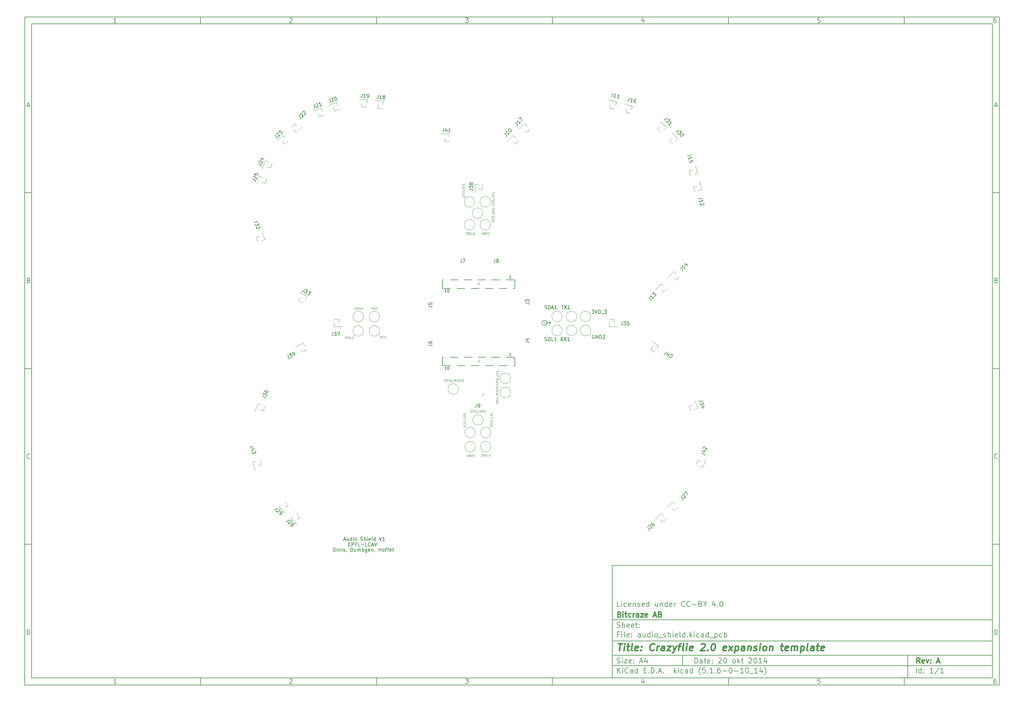
<source format=gto>
%TF.GenerationSoftware,KiCad,Pcbnew,(5.1.6-0-10_14)*%
%TF.CreationDate,2020-07-21T12:28:25+02:00*%
%TF.ProjectId,audio_shield,61756469-6f5f-4736-9869-656c642e6b69,A*%
%TF.SameCoordinates,Original*%
%TF.FileFunction,Legend,Top*%
%TF.FilePolarity,Positive*%
%FSLAX46Y46*%
G04 Gerber Fmt 4.6, Leading zero omitted, Abs format (unit mm)*
G04 Created by KiCad (PCBNEW (5.1.6-0-10_14)) date 2020-07-21 12:28:25*
%MOMM*%
%LPD*%
G01*
G04 APERTURE LIST*
%ADD10C,0.150000*%
%ADD11C,0.300000*%
%ADD12C,0.400000*%
%ADD13C,0.200000*%
%ADD14C,0.120000*%
%ADD15C,0.100000*%
G04 APERTURE END LIST*
D10*
X177002200Y-166007200D02*
X177002200Y-198007200D01*
X285002200Y-198007200D01*
X285002200Y-166007200D01*
X177002200Y-166007200D01*
X10000000Y-10000000D02*
X10000000Y-200007200D01*
X287002200Y-200007200D01*
X287002200Y-10000000D01*
X10000000Y-10000000D01*
X12000000Y-12000000D02*
X12000000Y-198007200D01*
X285002200Y-198007200D01*
X285002200Y-12000000D01*
X12000000Y-12000000D01*
X60000000Y-12000000D02*
X60000000Y-10000000D01*
X110000000Y-12000000D02*
X110000000Y-10000000D01*
X160000000Y-12000000D02*
X160000000Y-10000000D01*
X210000000Y-12000000D02*
X210000000Y-10000000D01*
X260000000Y-12000000D02*
X260000000Y-10000000D01*
X36065476Y-11588095D02*
X35322619Y-11588095D01*
X35694047Y-11588095D02*
X35694047Y-10288095D01*
X35570238Y-10473809D01*
X35446428Y-10597619D01*
X35322619Y-10659523D01*
X85322619Y-10411904D02*
X85384523Y-10350000D01*
X85508333Y-10288095D01*
X85817857Y-10288095D01*
X85941666Y-10350000D01*
X86003571Y-10411904D01*
X86065476Y-10535714D01*
X86065476Y-10659523D01*
X86003571Y-10845238D01*
X85260714Y-11588095D01*
X86065476Y-11588095D01*
X135260714Y-10288095D02*
X136065476Y-10288095D01*
X135632142Y-10783333D01*
X135817857Y-10783333D01*
X135941666Y-10845238D01*
X136003571Y-10907142D01*
X136065476Y-11030952D01*
X136065476Y-11340476D01*
X136003571Y-11464285D01*
X135941666Y-11526190D01*
X135817857Y-11588095D01*
X135446428Y-11588095D01*
X135322619Y-11526190D01*
X135260714Y-11464285D01*
X185941666Y-10721428D02*
X185941666Y-11588095D01*
X185632142Y-10226190D02*
X185322619Y-11154761D01*
X186127380Y-11154761D01*
X236003571Y-10288095D02*
X235384523Y-10288095D01*
X235322619Y-10907142D01*
X235384523Y-10845238D01*
X235508333Y-10783333D01*
X235817857Y-10783333D01*
X235941666Y-10845238D01*
X236003571Y-10907142D01*
X236065476Y-11030952D01*
X236065476Y-11340476D01*
X236003571Y-11464285D01*
X235941666Y-11526190D01*
X235817857Y-11588095D01*
X235508333Y-11588095D01*
X235384523Y-11526190D01*
X235322619Y-11464285D01*
X285941666Y-10288095D02*
X285694047Y-10288095D01*
X285570238Y-10350000D01*
X285508333Y-10411904D01*
X285384523Y-10597619D01*
X285322619Y-10845238D01*
X285322619Y-11340476D01*
X285384523Y-11464285D01*
X285446428Y-11526190D01*
X285570238Y-11588095D01*
X285817857Y-11588095D01*
X285941666Y-11526190D01*
X286003571Y-11464285D01*
X286065476Y-11340476D01*
X286065476Y-11030952D01*
X286003571Y-10907142D01*
X285941666Y-10845238D01*
X285817857Y-10783333D01*
X285570238Y-10783333D01*
X285446428Y-10845238D01*
X285384523Y-10907142D01*
X285322619Y-11030952D01*
X60000000Y-198007200D02*
X60000000Y-200007200D01*
X110000000Y-198007200D02*
X110000000Y-200007200D01*
X160000000Y-198007200D02*
X160000000Y-200007200D01*
X210000000Y-198007200D02*
X210000000Y-200007200D01*
X260000000Y-198007200D02*
X260000000Y-200007200D01*
X36065476Y-199595295D02*
X35322619Y-199595295D01*
X35694047Y-199595295D02*
X35694047Y-198295295D01*
X35570238Y-198481009D01*
X35446428Y-198604819D01*
X35322619Y-198666723D01*
X85322619Y-198419104D02*
X85384523Y-198357200D01*
X85508333Y-198295295D01*
X85817857Y-198295295D01*
X85941666Y-198357200D01*
X86003571Y-198419104D01*
X86065476Y-198542914D01*
X86065476Y-198666723D01*
X86003571Y-198852438D01*
X85260714Y-199595295D01*
X86065476Y-199595295D01*
X135260714Y-198295295D02*
X136065476Y-198295295D01*
X135632142Y-198790533D01*
X135817857Y-198790533D01*
X135941666Y-198852438D01*
X136003571Y-198914342D01*
X136065476Y-199038152D01*
X136065476Y-199347676D01*
X136003571Y-199471485D01*
X135941666Y-199533390D01*
X135817857Y-199595295D01*
X135446428Y-199595295D01*
X135322619Y-199533390D01*
X135260714Y-199471485D01*
X185941666Y-198728628D02*
X185941666Y-199595295D01*
X185632142Y-198233390D02*
X185322619Y-199161961D01*
X186127380Y-199161961D01*
X236003571Y-198295295D02*
X235384523Y-198295295D01*
X235322619Y-198914342D01*
X235384523Y-198852438D01*
X235508333Y-198790533D01*
X235817857Y-198790533D01*
X235941666Y-198852438D01*
X236003571Y-198914342D01*
X236065476Y-199038152D01*
X236065476Y-199347676D01*
X236003571Y-199471485D01*
X235941666Y-199533390D01*
X235817857Y-199595295D01*
X235508333Y-199595295D01*
X235384523Y-199533390D01*
X235322619Y-199471485D01*
X285941666Y-198295295D02*
X285694047Y-198295295D01*
X285570238Y-198357200D01*
X285508333Y-198419104D01*
X285384523Y-198604819D01*
X285322619Y-198852438D01*
X285322619Y-199347676D01*
X285384523Y-199471485D01*
X285446428Y-199533390D01*
X285570238Y-199595295D01*
X285817857Y-199595295D01*
X285941666Y-199533390D01*
X286003571Y-199471485D01*
X286065476Y-199347676D01*
X286065476Y-199038152D01*
X286003571Y-198914342D01*
X285941666Y-198852438D01*
X285817857Y-198790533D01*
X285570238Y-198790533D01*
X285446428Y-198852438D01*
X285384523Y-198914342D01*
X285322619Y-199038152D01*
X10000000Y-60000000D02*
X12000000Y-60000000D01*
X10000000Y-110000000D02*
X12000000Y-110000000D01*
X10000000Y-160000000D02*
X12000000Y-160000000D01*
X10690476Y-35216666D02*
X11309523Y-35216666D01*
X10566666Y-35588095D02*
X11000000Y-34288095D01*
X11433333Y-35588095D01*
X11092857Y-84907142D02*
X11278571Y-84969047D01*
X11340476Y-85030952D01*
X11402380Y-85154761D01*
X11402380Y-85340476D01*
X11340476Y-85464285D01*
X11278571Y-85526190D01*
X11154761Y-85588095D01*
X10659523Y-85588095D01*
X10659523Y-84288095D01*
X11092857Y-84288095D01*
X11216666Y-84350000D01*
X11278571Y-84411904D01*
X11340476Y-84535714D01*
X11340476Y-84659523D01*
X11278571Y-84783333D01*
X11216666Y-84845238D01*
X11092857Y-84907142D01*
X10659523Y-84907142D01*
X11402380Y-135464285D02*
X11340476Y-135526190D01*
X11154761Y-135588095D01*
X11030952Y-135588095D01*
X10845238Y-135526190D01*
X10721428Y-135402380D01*
X10659523Y-135278571D01*
X10597619Y-135030952D01*
X10597619Y-134845238D01*
X10659523Y-134597619D01*
X10721428Y-134473809D01*
X10845238Y-134350000D01*
X11030952Y-134288095D01*
X11154761Y-134288095D01*
X11340476Y-134350000D01*
X11402380Y-134411904D01*
X10659523Y-185588095D02*
X10659523Y-184288095D01*
X10969047Y-184288095D01*
X11154761Y-184350000D01*
X11278571Y-184473809D01*
X11340476Y-184597619D01*
X11402380Y-184845238D01*
X11402380Y-185030952D01*
X11340476Y-185278571D01*
X11278571Y-185402380D01*
X11154761Y-185526190D01*
X10969047Y-185588095D01*
X10659523Y-185588095D01*
X287002200Y-60000000D02*
X285002200Y-60000000D01*
X287002200Y-110000000D02*
X285002200Y-110000000D01*
X287002200Y-160000000D02*
X285002200Y-160000000D01*
X285692676Y-35216666D02*
X286311723Y-35216666D01*
X285568866Y-35588095D02*
X286002200Y-34288095D01*
X286435533Y-35588095D01*
X286095057Y-84907142D02*
X286280771Y-84969047D01*
X286342676Y-85030952D01*
X286404580Y-85154761D01*
X286404580Y-85340476D01*
X286342676Y-85464285D01*
X286280771Y-85526190D01*
X286156961Y-85588095D01*
X285661723Y-85588095D01*
X285661723Y-84288095D01*
X286095057Y-84288095D01*
X286218866Y-84350000D01*
X286280771Y-84411904D01*
X286342676Y-84535714D01*
X286342676Y-84659523D01*
X286280771Y-84783333D01*
X286218866Y-84845238D01*
X286095057Y-84907142D01*
X285661723Y-84907142D01*
X286404580Y-135464285D02*
X286342676Y-135526190D01*
X286156961Y-135588095D01*
X286033152Y-135588095D01*
X285847438Y-135526190D01*
X285723628Y-135402380D01*
X285661723Y-135278571D01*
X285599819Y-135030952D01*
X285599819Y-134845238D01*
X285661723Y-134597619D01*
X285723628Y-134473809D01*
X285847438Y-134350000D01*
X286033152Y-134288095D01*
X286156961Y-134288095D01*
X286342676Y-134350000D01*
X286404580Y-134411904D01*
X285661723Y-185588095D02*
X285661723Y-184288095D01*
X285971247Y-184288095D01*
X286156961Y-184350000D01*
X286280771Y-184473809D01*
X286342676Y-184597619D01*
X286404580Y-184845238D01*
X286404580Y-185030952D01*
X286342676Y-185278571D01*
X286280771Y-185402380D01*
X286156961Y-185526190D01*
X285971247Y-185588095D01*
X285661723Y-185588095D01*
X200434342Y-193785771D02*
X200434342Y-192285771D01*
X200791485Y-192285771D01*
X201005771Y-192357200D01*
X201148628Y-192500057D01*
X201220057Y-192642914D01*
X201291485Y-192928628D01*
X201291485Y-193142914D01*
X201220057Y-193428628D01*
X201148628Y-193571485D01*
X201005771Y-193714342D01*
X200791485Y-193785771D01*
X200434342Y-193785771D01*
X202577200Y-193785771D02*
X202577200Y-193000057D01*
X202505771Y-192857200D01*
X202362914Y-192785771D01*
X202077200Y-192785771D01*
X201934342Y-192857200D01*
X202577200Y-193714342D02*
X202434342Y-193785771D01*
X202077200Y-193785771D01*
X201934342Y-193714342D01*
X201862914Y-193571485D01*
X201862914Y-193428628D01*
X201934342Y-193285771D01*
X202077200Y-193214342D01*
X202434342Y-193214342D01*
X202577200Y-193142914D01*
X203077200Y-192785771D02*
X203648628Y-192785771D01*
X203291485Y-192285771D02*
X203291485Y-193571485D01*
X203362914Y-193714342D01*
X203505771Y-193785771D01*
X203648628Y-193785771D01*
X204720057Y-193714342D02*
X204577200Y-193785771D01*
X204291485Y-193785771D01*
X204148628Y-193714342D01*
X204077200Y-193571485D01*
X204077200Y-193000057D01*
X204148628Y-192857200D01*
X204291485Y-192785771D01*
X204577200Y-192785771D01*
X204720057Y-192857200D01*
X204791485Y-193000057D01*
X204791485Y-193142914D01*
X204077200Y-193285771D01*
X205434342Y-193642914D02*
X205505771Y-193714342D01*
X205434342Y-193785771D01*
X205362914Y-193714342D01*
X205434342Y-193642914D01*
X205434342Y-193785771D01*
X205434342Y-192857200D02*
X205505771Y-192928628D01*
X205434342Y-193000057D01*
X205362914Y-192928628D01*
X205434342Y-192857200D01*
X205434342Y-193000057D01*
X207220057Y-192428628D02*
X207291485Y-192357200D01*
X207434342Y-192285771D01*
X207791485Y-192285771D01*
X207934342Y-192357200D01*
X208005771Y-192428628D01*
X208077200Y-192571485D01*
X208077200Y-192714342D01*
X208005771Y-192928628D01*
X207148628Y-193785771D01*
X208077200Y-193785771D01*
X209005771Y-192285771D02*
X209148628Y-192285771D01*
X209291485Y-192357200D01*
X209362914Y-192428628D01*
X209434342Y-192571485D01*
X209505771Y-192857200D01*
X209505771Y-193214342D01*
X209434342Y-193500057D01*
X209362914Y-193642914D01*
X209291485Y-193714342D01*
X209148628Y-193785771D01*
X209005771Y-193785771D01*
X208862914Y-193714342D01*
X208791485Y-193642914D01*
X208720057Y-193500057D01*
X208648628Y-193214342D01*
X208648628Y-192857200D01*
X208720057Y-192571485D01*
X208791485Y-192428628D01*
X208862914Y-192357200D01*
X209005771Y-192285771D01*
X211505771Y-193785771D02*
X211362914Y-193714342D01*
X211291485Y-193642914D01*
X211220057Y-193500057D01*
X211220057Y-193071485D01*
X211291485Y-192928628D01*
X211362914Y-192857200D01*
X211505771Y-192785771D01*
X211720057Y-192785771D01*
X211862914Y-192857200D01*
X211934342Y-192928628D01*
X212005771Y-193071485D01*
X212005771Y-193500057D01*
X211934342Y-193642914D01*
X211862914Y-193714342D01*
X211720057Y-193785771D01*
X211505771Y-193785771D01*
X212648628Y-193785771D02*
X212648628Y-192285771D01*
X212791485Y-193214342D02*
X213220057Y-193785771D01*
X213220057Y-192785771D02*
X212648628Y-193357200D01*
X213648628Y-192785771D02*
X214220057Y-192785771D01*
X213862914Y-192285771D02*
X213862914Y-193571485D01*
X213934342Y-193714342D01*
X214077200Y-193785771D01*
X214220057Y-193785771D01*
X215791485Y-192428628D02*
X215862914Y-192357200D01*
X216005771Y-192285771D01*
X216362914Y-192285771D01*
X216505771Y-192357200D01*
X216577200Y-192428628D01*
X216648628Y-192571485D01*
X216648628Y-192714342D01*
X216577200Y-192928628D01*
X215720057Y-193785771D01*
X216648628Y-193785771D01*
X217577200Y-192285771D02*
X217720057Y-192285771D01*
X217862914Y-192357200D01*
X217934342Y-192428628D01*
X218005771Y-192571485D01*
X218077200Y-192857200D01*
X218077200Y-193214342D01*
X218005771Y-193500057D01*
X217934342Y-193642914D01*
X217862914Y-193714342D01*
X217720057Y-193785771D01*
X217577200Y-193785771D01*
X217434342Y-193714342D01*
X217362914Y-193642914D01*
X217291485Y-193500057D01*
X217220057Y-193214342D01*
X217220057Y-192857200D01*
X217291485Y-192571485D01*
X217362914Y-192428628D01*
X217434342Y-192357200D01*
X217577200Y-192285771D01*
X219505771Y-193785771D02*
X218648628Y-193785771D01*
X219077200Y-193785771D02*
X219077200Y-192285771D01*
X218934342Y-192500057D01*
X218791485Y-192642914D01*
X218648628Y-192714342D01*
X220791485Y-192785771D02*
X220791485Y-193785771D01*
X220434342Y-192214342D02*
X220077200Y-193285771D01*
X221005771Y-193285771D01*
X177002200Y-194507200D02*
X285002200Y-194507200D01*
X178434342Y-196585771D02*
X178434342Y-195085771D01*
X179291485Y-196585771D02*
X178648628Y-195728628D01*
X179291485Y-195085771D02*
X178434342Y-195942914D01*
X179934342Y-196585771D02*
X179934342Y-195585771D01*
X179934342Y-195085771D02*
X179862914Y-195157200D01*
X179934342Y-195228628D01*
X180005771Y-195157200D01*
X179934342Y-195085771D01*
X179934342Y-195228628D01*
X181505771Y-196442914D02*
X181434342Y-196514342D01*
X181220057Y-196585771D01*
X181077200Y-196585771D01*
X180862914Y-196514342D01*
X180720057Y-196371485D01*
X180648628Y-196228628D01*
X180577200Y-195942914D01*
X180577200Y-195728628D01*
X180648628Y-195442914D01*
X180720057Y-195300057D01*
X180862914Y-195157200D01*
X181077200Y-195085771D01*
X181220057Y-195085771D01*
X181434342Y-195157200D01*
X181505771Y-195228628D01*
X182791485Y-196585771D02*
X182791485Y-195800057D01*
X182720057Y-195657200D01*
X182577200Y-195585771D01*
X182291485Y-195585771D01*
X182148628Y-195657200D01*
X182791485Y-196514342D02*
X182648628Y-196585771D01*
X182291485Y-196585771D01*
X182148628Y-196514342D01*
X182077200Y-196371485D01*
X182077200Y-196228628D01*
X182148628Y-196085771D01*
X182291485Y-196014342D01*
X182648628Y-196014342D01*
X182791485Y-195942914D01*
X184148628Y-196585771D02*
X184148628Y-195085771D01*
X184148628Y-196514342D02*
X184005771Y-196585771D01*
X183720057Y-196585771D01*
X183577200Y-196514342D01*
X183505771Y-196442914D01*
X183434342Y-196300057D01*
X183434342Y-195871485D01*
X183505771Y-195728628D01*
X183577200Y-195657200D01*
X183720057Y-195585771D01*
X184005771Y-195585771D01*
X184148628Y-195657200D01*
X186005771Y-195800057D02*
X186505771Y-195800057D01*
X186720057Y-196585771D02*
X186005771Y-196585771D01*
X186005771Y-195085771D01*
X186720057Y-195085771D01*
X187362914Y-196442914D02*
X187434342Y-196514342D01*
X187362914Y-196585771D01*
X187291485Y-196514342D01*
X187362914Y-196442914D01*
X187362914Y-196585771D01*
X188077200Y-196585771D02*
X188077200Y-195085771D01*
X188434342Y-195085771D01*
X188648628Y-195157200D01*
X188791485Y-195300057D01*
X188862914Y-195442914D01*
X188934342Y-195728628D01*
X188934342Y-195942914D01*
X188862914Y-196228628D01*
X188791485Y-196371485D01*
X188648628Y-196514342D01*
X188434342Y-196585771D01*
X188077200Y-196585771D01*
X189577200Y-196442914D02*
X189648628Y-196514342D01*
X189577200Y-196585771D01*
X189505771Y-196514342D01*
X189577200Y-196442914D01*
X189577200Y-196585771D01*
X190220057Y-196157200D02*
X190934342Y-196157200D01*
X190077200Y-196585771D02*
X190577200Y-195085771D01*
X191077200Y-196585771D01*
X191577200Y-196442914D02*
X191648628Y-196514342D01*
X191577200Y-196585771D01*
X191505771Y-196514342D01*
X191577200Y-196442914D01*
X191577200Y-196585771D01*
X194577200Y-196585771D02*
X194577200Y-195085771D01*
X194720057Y-196014342D02*
X195148628Y-196585771D01*
X195148628Y-195585771D02*
X194577200Y-196157200D01*
X195791485Y-196585771D02*
X195791485Y-195585771D01*
X195791485Y-195085771D02*
X195720057Y-195157200D01*
X195791485Y-195228628D01*
X195862914Y-195157200D01*
X195791485Y-195085771D01*
X195791485Y-195228628D01*
X197148628Y-196514342D02*
X197005771Y-196585771D01*
X196720057Y-196585771D01*
X196577200Y-196514342D01*
X196505771Y-196442914D01*
X196434342Y-196300057D01*
X196434342Y-195871485D01*
X196505771Y-195728628D01*
X196577200Y-195657200D01*
X196720057Y-195585771D01*
X197005771Y-195585771D01*
X197148628Y-195657200D01*
X198434342Y-196585771D02*
X198434342Y-195800057D01*
X198362914Y-195657200D01*
X198220057Y-195585771D01*
X197934342Y-195585771D01*
X197791485Y-195657200D01*
X198434342Y-196514342D02*
X198291485Y-196585771D01*
X197934342Y-196585771D01*
X197791485Y-196514342D01*
X197720057Y-196371485D01*
X197720057Y-196228628D01*
X197791485Y-196085771D01*
X197934342Y-196014342D01*
X198291485Y-196014342D01*
X198434342Y-195942914D01*
X199791485Y-196585771D02*
X199791485Y-195085771D01*
X199791485Y-196514342D02*
X199648628Y-196585771D01*
X199362914Y-196585771D01*
X199220057Y-196514342D01*
X199148628Y-196442914D01*
X199077200Y-196300057D01*
X199077200Y-195871485D01*
X199148628Y-195728628D01*
X199220057Y-195657200D01*
X199362914Y-195585771D01*
X199648628Y-195585771D01*
X199791485Y-195657200D01*
X202077200Y-197157200D02*
X202005771Y-197085771D01*
X201862914Y-196871485D01*
X201791485Y-196728628D01*
X201720057Y-196514342D01*
X201648628Y-196157200D01*
X201648628Y-195871485D01*
X201720057Y-195514342D01*
X201791485Y-195300057D01*
X201862914Y-195157200D01*
X202005771Y-194942914D01*
X202077200Y-194871485D01*
X203362914Y-195085771D02*
X202648628Y-195085771D01*
X202577200Y-195800057D01*
X202648628Y-195728628D01*
X202791485Y-195657200D01*
X203148628Y-195657200D01*
X203291485Y-195728628D01*
X203362914Y-195800057D01*
X203434342Y-195942914D01*
X203434342Y-196300057D01*
X203362914Y-196442914D01*
X203291485Y-196514342D01*
X203148628Y-196585771D01*
X202791485Y-196585771D01*
X202648628Y-196514342D01*
X202577200Y-196442914D01*
X204077200Y-196442914D02*
X204148628Y-196514342D01*
X204077200Y-196585771D01*
X204005771Y-196514342D01*
X204077200Y-196442914D01*
X204077200Y-196585771D01*
X205577200Y-196585771D02*
X204720057Y-196585771D01*
X205148628Y-196585771D02*
X205148628Y-195085771D01*
X205005771Y-195300057D01*
X204862914Y-195442914D01*
X204720057Y-195514342D01*
X206220057Y-196442914D02*
X206291485Y-196514342D01*
X206220057Y-196585771D01*
X206148628Y-196514342D01*
X206220057Y-196442914D01*
X206220057Y-196585771D01*
X207577200Y-195085771D02*
X207291485Y-195085771D01*
X207148628Y-195157200D01*
X207077200Y-195228628D01*
X206934342Y-195442914D01*
X206862914Y-195728628D01*
X206862914Y-196300057D01*
X206934342Y-196442914D01*
X207005771Y-196514342D01*
X207148628Y-196585771D01*
X207434342Y-196585771D01*
X207577200Y-196514342D01*
X207648628Y-196442914D01*
X207720057Y-196300057D01*
X207720057Y-195942914D01*
X207648628Y-195800057D01*
X207577200Y-195728628D01*
X207434342Y-195657200D01*
X207148628Y-195657200D01*
X207005771Y-195728628D01*
X206934342Y-195800057D01*
X206862914Y-195942914D01*
X208362914Y-196014342D02*
X209505771Y-196014342D01*
X210505771Y-195085771D02*
X210648628Y-195085771D01*
X210791485Y-195157200D01*
X210862914Y-195228628D01*
X210934342Y-195371485D01*
X211005771Y-195657200D01*
X211005771Y-196014342D01*
X210934342Y-196300057D01*
X210862914Y-196442914D01*
X210791485Y-196514342D01*
X210648628Y-196585771D01*
X210505771Y-196585771D01*
X210362914Y-196514342D01*
X210291485Y-196442914D01*
X210220057Y-196300057D01*
X210148628Y-196014342D01*
X210148628Y-195657200D01*
X210220057Y-195371485D01*
X210291485Y-195228628D01*
X210362914Y-195157200D01*
X210505771Y-195085771D01*
X211648628Y-196014342D02*
X212791485Y-196014342D01*
X214291485Y-196585771D02*
X213434342Y-196585771D01*
X213862914Y-196585771D02*
X213862914Y-195085771D01*
X213720057Y-195300057D01*
X213577200Y-195442914D01*
X213434342Y-195514342D01*
X215220057Y-195085771D02*
X215362914Y-195085771D01*
X215505771Y-195157200D01*
X215577200Y-195228628D01*
X215648628Y-195371485D01*
X215720057Y-195657200D01*
X215720057Y-196014342D01*
X215648628Y-196300057D01*
X215577200Y-196442914D01*
X215505771Y-196514342D01*
X215362914Y-196585771D01*
X215220057Y-196585771D01*
X215077200Y-196514342D01*
X215005771Y-196442914D01*
X214934342Y-196300057D01*
X214862914Y-196014342D01*
X214862914Y-195657200D01*
X214934342Y-195371485D01*
X215005771Y-195228628D01*
X215077200Y-195157200D01*
X215220057Y-195085771D01*
X216005771Y-196728628D02*
X217148628Y-196728628D01*
X218291485Y-196585771D02*
X217434342Y-196585771D01*
X217862914Y-196585771D02*
X217862914Y-195085771D01*
X217720057Y-195300057D01*
X217577200Y-195442914D01*
X217434342Y-195514342D01*
X219577200Y-195585771D02*
X219577200Y-196585771D01*
X219220057Y-195014342D02*
X218862914Y-196085771D01*
X219791485Y-196085771D01*
X220220057Y-197157200D02*
X220291485Y-197085771D01*
X220434342Y-196871485D01*
X220505771Y-196728628D01*
X220577200Y-196514342D01*
X220648628Y-196157200D01*
X220648628Y-195871485D01*
X220577200Y-195514342D01*
X220505771Y-195300057D01*
X220434342Y-195157200D01*
X220291485Y-194942914D01*
X220220057Y-194871485D01*
X177002200Y-191507200D02*
X285002200Y-191507200D01*
D11*
X264411485Y-193785771D02*
X263911485Y-193071485D01*
X263554342Y-193785771D02*
X263554342Y-192285771D01*
X264125771Y-192285771D01*
X264268628Y-192357200D01*
X264340057Y-192428628D01*
X264411485Y-192571485D01*
X264411485Y-192785771D01*
X264340057Y-192928628D01*
X264268628Y-193000057D01*
X264125771Y-193071485D01*
X263554342Y-193071485D01*
X265625771Y-193714342D02*
X265482914Y-193785771D01*
X265197200Y-193785771D01*
X265054342Y-193714342D01*
X264982914Y-193571485D01*
X264982914Y-193000057D01*
X265054342Y-192857200D01*
X265197200Y-192785771D01*
X265482914Y-192785771D01*
X265625771Y-192857200D01*
X265697200Y-193000057D01*
X265697200Y-193142914D01*
X264982914Y-193285771D01*
X266197200Y-192785771D02*
X266554342Y-193785771D01*
X266911485Y-192785771D01*
X267482914Y-193642914D02*
X267554342Y-193714342D01*
X267482914Y-193785771D01*
X267411485Y-193714342D01*
X267482914Y-193642914D01*
X267482914Y-193785771D01*
X267482914Y-192857200D02*
X267554342Y-192928628D01*
X267482914Y-193000057D01*
X267411485Y-192928628D01*
X267482914Y-192857200D01*
X267482914Y-193000057D01*
X269268628Y-193357200D02*
X269982914Y-193357200D01*
X269125771Y-193785771D02*
X269625771Y-192285771D01*
X270125771Y-193785771D01*
D10*
X178362914Y-193714342D02*
X178577200Y-193785771D01*
X178934342Y-193785771D01*
X179077200Y-193714342D01*
X179148628Y-193642914D01*
X179220057Y-193500057D01*
X179220057Y-193357200D01*
X179148628Y-193214342D01*
X179077200Y-193142914D01*
X178934342Y-193071485D01*
X178648628Y-193000057D01*
X178505771Y-192928628D01*
X178434342Y-192857200D01*
X178362914Y-192714342D01*
X178362914Y-192571485D01*
X178434342Y-192428628D01*
X178505771Y-192357200D01*
X178648628Y-192285771D01*
X179005771Y-192285771D01*
X179220057Y-192357200D01*
X179862914Y-193785771D02*
X179862914Y-192785771D01*
X179862914Y-192285771D02*
X179791485Y-192357200D01*
X179862914Y-192428628D01*
X179934342Y-192357200D01*
X179862914Y-192285771D01*
X179862914Y-192428628D01*
X180434342Y-192785771D02*
X181220057Y-192785771D01*
X180434342Y-193785771D01*
X181220057Y-193785771D01*
X182362914Y-193714342D02*
X182220057Y-193785771D01*
X181934342Y-193785771D01*
X181791485Y-193714342D01*
X181720057Y-193571485D01*
X181720057Y-193000057D01*
X181791485Y-192857200D01*
X181934342Y-192785771D01*
X182220057Y-192785771D01*
X182362914Y-192857200D01*
X182434342Y-193000057D01*
X182434342Y-193142914D01*
X181720057Y-193285771D01*
X183077200Y-193642914D02*
X183148628Y-193714342D01*
X183077200Y-193785771D01*
X183005771Y-193714342D01*
X183077200Y-193642914D01*
X183077200Y-193785771D01*
X183077200Y-192857200D02*
X183148628Y-192928628D01*
X183077200Y-193000057D01*
X183005771Y-192928628D01*
X183077200Y-192857200D01*
X183077200Y-193000057D01*
X184862914Y-193357200D02*
X185577200Y-193357200D01*
X184720057Y-193785771D02*
X185220057Y-192285771D01*
X185720057Y-193785771D01*
X186862914Y-192785771D02*
X186862914Y-193785771D01*
X186505771Y-192214342D02*
X186148628Y-193285771D01*
X187077200Y-193285771D01*
X263434342Y-196585771D02*
X263434342Y-195085771D01*
X264791485Y-196585771D02*
X264791485Y-195085771D01*
X264791485Y-196514342D02*
X264648628Y-196585771D01*
X264362914Y-196585771D01*
X264220057Y-196514342D01*
X264148628Y-196442914D01*
X264077200Y-196300057D01*
X264077200Y-195871485D01*
X264148628Y-195728628D01*
X264220057Y-195657200D01*
X264362914Y-195585771D01*
X264648628Y-195585771D01*
X264791485Y-195657200D01*
X265505771Y-196442914D02*
X265577200Y-196514342D01*
X265505771Y-196585771D01*
X265434342Y-196514342D01*
X265505771Y-196442914D01*
X265505771Y-196585771D01*
X265505771Y-195657200D02*
X265577200Y-195728628D01*
X265505771Y-195800057D01*
X265434342Y-195728628D01*
X265505771Y-195657200D01*
X265505771Y-195800057D01*
X268148628Y-196585771D02*
X267291485Y-196585771D01*
X267720057Y-196585771D02*
X267720057Y-195085771D01*
X267577200Y-195300057D01*
X267434342Y-195442914D01*
X267291485Y-195514342D01*
X269862914Y-195014342D02*
X268577200Y-196942914D01*
X271148628Y-196585771D02*
X270291485Y-196585771D01*
X270720057Y-196585771D02*
X270720057Y-195085771D01*
X270577200Y-195300057D01*
X270434342Y-195442914D01*
X270291485Y-195514342D01*
X177002200Y-187507200D02*
X285002200Y-187507200D01*
D12*
X178714580Y-188211961D02*
X179857438Y-188211961D01*
X179036009Y-190211961D02*
X179286009Y-188211961D01*
X180274104Y-190211961D02*
X180440771Y-188878628D01*
X180524104Y-188211961D02*
X180416961Y-188307200D01*
X180500295Y-188402438D01*
X180607438Y-188307200D01*
X180524104Y-188211961D01*
X180500295Y-188402438D01*
X181107438Y-188878628D02*
X181869342Y-188878628D01*
X181476485Y-188211961D02*
X181262200Y-189926247D01*
X181333628Y-190116723D01*
X181512200Y-190211961D01*
X181702676Y-190211961D01*
X182655057Y-190211961D02*
X182476485Y-190116723D01*
X182405057Y-189926247D01*
X182619342Y-188211961D01*
X184190771Y-190116723D02*
X183988390Y-190211961D01*
X183607438Y-190211961D01*
X183428866Y-190116723D01*
X183357438Y-189926247D01*
X183452676Y-189164342D01*
X183571723Y-188973866D01*
X183774104Y-188878628D01*
X184155057Y-188878628D01*
X184333628Y-188973866D01*
X184405057Y-189164342D01*
X184381247Y-189354819D01*
X183405057Y-189545295D01*
X185155057Y-190021485D02*
X185238390Y-190116723D01*
X185131247Y-190211961D01*
X185047914Y-190116723D01*
X185155057Y-190021485D01*
X185131247Y-190211961D01*
X185286009Y-188973866D02*
X185369342Y-189069104D01*
X185262200Y-189164342D01*
X185178866Y-189069104D01*
X185286009Y-188973866D01*
X185262200Y-189164342D01*
X188774104Y-190021485D02*
X188666961Y-190116723D01*
X188369342Y-190211961D01*
X188178866Y-190211961D01*
X187905057Y-190116723D01*
X187738390Y-189926247D01*
X187666961Y-189735771D01*
X187619342Y-189354819D01*
X187655057Y-189069104D01*
X187797914Y-188688152D01*
X187916961Y-188497676D01*
X188131247Y-188307200D01*
X188428866Y-188211961D01*
X188619342Y-188211961D01*
X188893152Y-188307200D01*
X188976485Y-188402438D01*
X189607438Y-190211961D02*
X189774104Y-188878628D01*
X189726485Y-189259580D02*
X189845533Y-189069104D01*
X189952676Y-188973866D01*
X190155057Y-188878628D01*
X190345533Y-188878628D01*
X191702676Y-190211961D02*
X191833628Y-189164342D01*
X191762200Y-188973866D01*
X191583628Y-188878628D01*
X191202676Y-188878628D01*
X191000295Y-188973866D01*
X191714580Y-190116723D02*
X191512200Y-190211961D01*
X191036009Y-190211961D01*
X190857438Y-190116723D01*
X190786009Y-189926247D01*
X190809819Y-189735771D01*
X190928866Y-189545295D01*
X191131247Y-189450057D01*
X191607438Y-189450057D01*
X191809819Y-189354819D01*
X192631247Y-188878628D02*
X193678866Y-188878628D01*
X192464580Y-190211961D01*
X193512200Y-190211961D01*
X194250295Y-188878628D02*
X194559819Y-190211961D01*
X195202676Y-188878628D02*
X194559819Y-190211961D01*
X194309819Y-190688152D01*
X194202676Y-190783390D01*
X194000295Y-190878628D01*
X195678866Y-188878628D02*
X196440771Y-188878628D01*
X195797914Y-190211961D02*
X196012200Y-188497676D01*
X196131247Y-188307200D01*
X196333628Y-188211961D01*
X196524104Y-188211961D01*
X197226485Y-190211961D02*
X197047914Y-190116723D01*
X196976485Y-189926247D01*
X197190771Y-188211961D01*
X197988390Y-190211961D02*
X198155057Y-188878628D01*
X198238390Y-188211961D02*
X198131247Y-188307200D01*
X198214580Y-188402438D01*
X198321723Y-188307200D01*
X198238390Y-188211961D01*
X198214580Y-188402438D01*
X199714580Y-190116723D02*
X199512200Y-190211961D01*
X199131247Y-190211961D01*
X198952676Y-190116723D01*
X198881247Y-189926247D01*
X198976485Y-189164342D01*
X199095533Y-188973866D01*
X199297914Y-188878628D01*
X199678866Y-188878628D01*
X199857438Y-188973866D01*
X199928866Y-189164342D01*
X199905057Y-189354819D01*
X198928866Y-189545295D01*
X202309819Y-188402438D02*
X202416961Y-188307200D01*
X202619342Y-188211961D01*
X203095533Y-188211961D01*
X203274104Y-188307200D01*
X203357438Y-188402438D01*
X203428866Y-188592914D01*
X203405057Y-188783390D01*
X203274104Y-189069104D01*
X201988390Y-190211961D01*
X203226485Y-190211961D01*
X204107438Y-190021485D02*
X204190771Y-190116723D01*
X204083628Y-190211961D01*
X204000295Y-190116723D01*
X204107438Y-190021485D01*
X204083628Y-190211961D01*
X205666961Y-188211961D02*
X205857438Y-188211961D01*
X206036009Y-188307200D01*
X206119342Y-188402438D01*
X206190771Y-188592914D01*
X206238390Y-188973866D01*
X206178866Y-189450057D01*
X206036009Y-189831009D01*
X205916961Y-190021485D01*
X205809819Y-190116723D01*
X205607438Y-190211961D01*
X205416961Y-190211961D01*
X205238390Y-190116723D01*
X205155057Y-190021485D01*
X205083628Y-189831009D01*
X205036009Y-189450057D01*
X205095533Y-188973866D01*
X205238390Y-188592914D01*
X205357438Y-188402438D01*
X205464580Y-188307200D01*
X205666961Y-188211961D01*
X209238390Y-190116723D02*
X209036009Y-190211961D01*
X208655057Y-190211961D01*
X208476485Y-190116723D01*
X208405057Y-189926247D01*
X208500295Y-189164342D01*
X208619342Y-188973866D01*
X208821723Y-188878628D01*
X209202676Y-188878628D01*
X209381247Y-188973866D01*
X209452676Y-189164342D01*
X209428866Y-189354819D01*
X208452676Y-189545295D01*
X209988390Y-190211961D02*
X211202676Y-188878628D01*
X210155057Y-188878628D02*
X211036009Y-190211961D01*
X211964580Y-188878628D02*
X211714580Y-190878628D01*
X211952676Y-188973866D02*
X212155057Y-188878628D01*
X212536009Y-188878628D01*
X212714580Y-188973866D01*
X212797914Y-189069104D01*
X212869342Y-189259580D01*
X212797914Y-189831009D01*
X212678866Y-190021485D01*
X212571723Y-190116723D01*
X212369342Y-190211961D01*
X211988390Y-190211961D01*
X211809819Y-190116723D01*
X214464580Y-190211961D02*
X214595533Y-189164342D01*
X214524104Y-188973866D01*
X214345533Y-188878628D01*
X213964580Y-188878628D01*
X213762200Y-188973866D01*
X214476485Y-190116723D02*
X214274104Y-190211961D01*
X213797914Y-190211961D01*
X213619342Y-190116723D01*
X213547914Y-189926247D01*
X213571723Y-189735771D01*
X213690771Y-189545295D01*
X213893152Y-189450057D01*
X214369342Y-189450057D01*
X214571723Y-189354819D01*
X215583628Y-188878628D02*
X215416961Y-190211961D01*
X215559819Y-189069104D02*
X215666961Y-188973866D01*
X215869342Y-188878628D01*
X216155057Y-188878628D01*
X216333628Y-188973866D01*
X216405057Y-189164342D01*
X216274104Y-190211961D01*
X217143152Y-190116723D02*
X217321723Y-190211961D01*
X217702676Y-190211961D01*
X217905057Y-190116723D01*
X218024104Y-189926247D01*
X218036009Y-189831009D01*
X217964580Y-189640533D01*
X217786009Y-189545295D01*
X217500295Y-189545295D01*
X217321723Y-189450057D01*
X217250295Y-189259580D01*
X217262199Y-189164342D01*
X217381247Y-188973866D01*
X217583628Y-188878628D01*
X217869342Y-188878628D01*
X218047914Y-188973866D01*
X218845533Y-190211961D02*
X219012199Y-188878628D01*
X219095533Y-188211961D02*
X218988390Y-188307200D01*
X219071723Y-188402438D01*
X219178866Y-188307200D01*
X219095533Y-188211961D01*
X219071723Y-188402438D01*
X220083628Y-190211961D02*
X219905057Y-190116723D01*
X219821723Y-190021485D01*
X219750295Y-189831009D01*
X219821723Y-189259580D01*
X219940771Y-189069104D01*
X220047914Y-188973866D01*
X220250295Y-188878628D01*
X220536009Y-188878628D01*
X220714580Y-188973866D01*
X220797914Y-189069104D01*
X220869342Y-189259580D01*
X220797914Y-189831009D01*
X220678866Y-190021485D01*
X220571723Y-190116723D01*
X220369342Y-190211961D01*
X220083628Y-190211961D01*
X221774104Y-188878628D02*
X221607438Y-190211961D01*
X221750295Y-189069104D02*
X221857438Y-188973866D01*
X222059819Y-188878628D01*
X222345533Y-188878628D01*
X222524104Y-188973866D01*
X222595533Y-189164342D01*
X222464580Y-190211961D01*
X224821723Y-188878628D02*
X225583628Y-188878628D01*
X225190771Y-188211961D02*
X224976485Y-189926247D01*
X225047914Y-190116723D01*
X225226485Y-190211961D01*
X225416961Y-190211961D01*
X226857438Y-190116723D02*
X226655057Y-190211961D01*
X226274104Y-190211961D01*
X226095533Y-190116723D01*
X226024104Y-189926247D01*
X226119342Y-189164342D01*
X226238390Y-188973866D01*
X226440771Y-188878628D01*
X226821723Y-188878628D01*
X227000295Y-188973866D01*
X227071723Y-189164342D01*
X227047914Y-189354819D01*
X226071723Y-189545295D01*
X227797914Y-190211961D02*
X227964580Y-188878628D01*
X227940771Y-189069104D02*
X228047914Y-188973866D01*
X228250295Y-188878628D01*
X228536009Y-188878628D01*
X228714580Y-188973866D01*
X228786009Y-189164342D01*
X228655057Y-190211961D01*
X228786009Y-189164342D02*
X228905057Y-188973866D01*
X229107438Y-188878628D01*
X229393152Y-188878628D01*
X229571723Y-188973866D01*
X229643152Y-189164342D01*
X229512199Y-190211961D01*
X230631247Y-188878628D02*
X230381247Y-190878628D01*
X230619342Y-188973866D02*
X230821723Y-188878628D01*
X231202676Y-188878628D01*
X231381247Y-188973866D01*
X231464580Y-189069104D01*
X231536009Y-189259580D01*
X231464580Y-189831009D01*
X231345533Y-190021485D01*
X231238390Y-190116723D01*
X231036009Y-190211961D01*
X230655057Y-190211961D01*
X230476485Y-190116723D01*
X232559819Y-190211961D02*
X232381247Y-190116723D01*
X232309819Y-189926247D01*
X232524104Y-188211961D01*
X234178866Y-190211961D02*
X234309819Y-189164342D01*
X234238390Y-188973866D01*
X234059819Y-188878628D01*
X233678866Y-188878628D01*
X233476485Y-188973866D01*
X234190771Y-190116723D02*
X233988390Y-190211961D01*
X233512199Y-190211961D01*
X233333628Y-190116723D01*
X233262199Y-189926247D01*
X233286009Y-189735771D01*
X233405057Y-189545295D01*
X233607438Y-189450057D01*
X234083628Y-189450057D01*
X234286009Y-189354819D01*
X235012199Y-188878628D02*
X235774104Y-188878628D01*
X235381247Y-188211961D02*
X235166961Y-189926247D01*
X235238390Y-190116723D01*
X235416961Y-190211961D01*
X235607438Y-190211961D01*
X237047914Y-190116723D02*
X236845533Y-190211961D01*
X236464580Y-190211961D01*
X236286009Y-190116723D01*
X236214580Y-189926247D01*
X236309819Y-189164342D01*
X236428866Y-188973866D01*
X236631247Y-188878628D01*
X237012199Y-188878628D01*
X237190771Y-188973866D01*
X237262199Y-189164342D01*
X237238390Y-189354819D01*
X236262199Y-189545295D01*
D10*
X178934342Y-185600057D02*
X178434342Y-185600057D01*
X178434342Y-186385771D02*
X178434342Y-184885771D01*
X179148628Y-184885771D01*
X179720057Y-186385771D02*
X179720057Y-185385771D01*
X179720057Y-184885771D02*
X179648628Y-184957200D01*
X179720057Y-185028628D01*
X179791485Y-184957200D01*
X179720057Y-184885771D01*
X179720057Y-185028628D01*
X180648628Y-186385771D02*
X180505771Y-186314342D01*
X180434342Y-186171485D01*
X180434342Y-184885771D01*
X181791485Y-186314342D02*
X181648628Y-186385771D01*
X181362914Y-186385771D01*
X181220057Y-186314342D01*
X181148628Y-186171485D01*
X181148628Y-185600057D01*
X181220057Y-185457200D01*
X181362914Y-185385771D01*
X181648628Y-185385771D01*
X181791485Y-185457200D01*
X181862914Y-185600057D01*
X181862914Y-185742914D01*
X181148628Y-185885771D01*
X182505771Y-186242914D02*
X182577200Y-186314342D01*
X182505771Y-186385771D01*
X182434342Y-186314342D01*
X182505771Y-186242914D01*
X182505771Y-186385771D01*
X182505771Y-185457200D02*
X182577200Y-185528628D01*
X182505771Y-185600057D01*
X182434342Y-185528628D01*
X182505771Y-185457200D01*
X182505771Y-185600057D01*
X185005771Y-186385771D02*
X185005771Y-185600057D01*
X184934342Y-185457200D01*
X184791485Y-185385771D01*
X184505771Y-185385771D01*
X184362914Y-185457200D01*
X185005771Y-186314342D02*
X184862914Y-186385771D01*
X184505771Y-186385771D01*
X184362914Y-186314342D01*
X184291485Y-186171485D01*
X184291485Y-186028628D01*
X184362914Y-185885771D01*
X184505771Y-185814342D01*
X184862914Y-185814342D01*
X185005771Y-185742914D01*
X186362914Y-185385771D02*
X186362914Y-186385771D01*
X185720057Y-185385771D02*
X185720057Y-186171485D01*
X185791485Y-186314342D01*
X185934342Y-186385771D01*
X186148628Y-186385771D01*
X186291485Y-186314342D01*
X186362914Y-186242914D01*
X187720057Y-186385771D02*
X187720057Y-184885771D01*
X187720057Y-186314342D02*
X187577200Y-186385771D01*
X187291485Y-186385771D01*
X187148628Y-186314342D01*
X187077200Y-186242914D01*
X187005771Y-186100057D01*
X187005771Y-185671485D01*
X187077200Y-185528628D01*
X187148628Y-185457200D01*
X187291485Y-185385771D01*
X187577200Y-185385771D01*
X187720057Y-185457200D01*
X188434342Y-186385771D02*
X188434342Y-185385771D01*
X188434342Y-184885771D02*
X188362914Y-184957200D01*
X188434342Y-185028628D01*
X188505771Y-184957200D01*
X188434342Y-184885771D01*
X188434342Y-185028628D01*
X189362914Y-186385771D02*
X189220057Y-186314342D01*
X189148628Y-186242914D01*
X189077200Y-186100057D01*
X189077200Y-185671485D01*
X189148628Y-185528628D01*
X189220057Y-185457200D01*
X189362914Y-185385771D01*
X189577200Y-185385771D01*
X189720057Y-185457200D01*
X189791485Y-185528628D01*
X189862914Y-185671485D01*
X189862914Y-186100057D01*
X189791485Y-186242914D01*
X189720057Y-186314342D01*
X189577200Y-186385771D01*
X189362914Y-186385771D01*
X190148628Y-186528628D02*
X191291485Y-186528628D01*
X191577200Y-186314342D02*
X191720057Y-186385771D01*
X192005771Y-186385771D01*
X192148628Y-186314342D01*
X192220057Y-186171485D01*
X192220057Y-186100057D01*
X192148628Y-185957200D01*
X192005771Y-185885771D01*
X191791485Y-185885771D01*
X191648628Y-185814342D01*
X191577200Y-185671485D01*
X191577200Y-185600057D01*
X191648628Y-185457200D01*
X191791485Y-185385771D01*
X192005771Y-185385771D01*
X192148628Y-185457200D01*
X192862914Y-186385771D02*
X192862914Y-184885771D01*
X193505771Y-186385771D02*
X193505771Y-185600057D01*
X193434342Y-185457200D01*
X193291485Y-185385771D01*
X193077200Y-185385771D01*
X192934342Y-185457200D01*
X192862914Y-185528628D01*
X194220057Y-186385771D02*
X194220057Y-185385771D01*
X194220057Y-184885771D02*
X194148628Y-184957200D01*
X194220057Y-185028628D01*
X194291485Y-184957200D01*
X194220057Y-184885771D01*
X194220057Y-185028628D01*
X195505771Y-186314342D02*
X195362914Y-186385771D01*
X195077200Y-186385771D01*
X194934342Y-186314342D01*
X194862914Y-186171485D01*
X194862914Y-185600057D01*
X194934342Y-185457200D01*
X195077200Y-185385771D01*
X195362914Y-185385771D01*
X195505771Y-185457200D01*
X195577200Y-185600057D01*
X195577200Y-185742914D01*
X194862914Y-185885771D01*
X196434342Y-186385771D02*
X196291485Y-186314342D01*
X196220057Y-186171485D01*
X196220057Y-184885771D01*
X197648628Y-186385771D02*
X197648628Y-184885771D01*
X197648628Y-186314342D02*
X197505771Y-186385771D01*
X197220057Y-186385771D01*
X197077200Y-186314342D01*
X197005771Y-186242914D01*
X196934342Y-186100057D01*
X196934342Y-185671485D01*
X197005771Y-185528628D01*
X197077200Y-185457200D01*
X197220057Y-185385771D01*
X197505771Y-185385771D01*
X197648628Y-185457200D01*
X198362914Y-186242914D02*
X198434342Y-186314342D01*
X198362914Y-186385771D01*
X198291485Y-186314342D01*
X198362914Y-186242914D01*
X198362914Y-186385771D01*
X199077200Y-186385771D02*
X199077200Y-184885771D01*
X199220057Y-185814342D02*
X199648628Y-186385771D01*
X199648628Y-185385771D02*
X199077200Y-185957200D01*
X200291485Y-186385771D02*
X200291485Y-185385771D01*
X200291485Y-184885771D02*
X200220057Y-184957200D01*
X200291485Y-185028628D01*
X200362914Y-184957200D01*
X200291485Y-184885771D01*
X200291485Y-185028628D01*
X201648628Y-186314342D02*
X201505771Y-186385771D01*
X201220057Y-186385771D01*
X201077200Y-186314342D01*
X201005771Y-186242914D01*
X200934342Y-186100057D01*
X200934342Y-185671485D01*
X201005771Y-185528628D01*
X201077200Y-185457200D01*
X201220057Y-185385771D01*
X201505771Y-185385771D01*
X201648628Y-185457200D01*
X202934342Y-186385771D02*
X202934342Y-185600057D01*
X202862914Y-185457200D01*
X202720057Y-185385771D01*
X202434342Y-185385771D01*
X202291485Y-185457200D01*
X202934342Y-186314342D02*
X202791485Y-186385771D01*
X202434342Y-186385771D01*
X202291485Y-186314342D01*
X202220057Y-186171485D01*
X202220057Y-186028628D01*
X202291485Y-185885771D01*
X202434342Y-185814342D01*
X202791485Y-185814342D01*
X202934342Y-185742914D01*
X204291485Y-186385771D02*
X204291485Y-184885771D01*
X204291485Y-186314342D02*
X204148628Y-186385771D01*
X203862914Y-186385771D01*
X203720057Y-186314342D01*
X203648628Y-186242914D01*
X203577200Y-186100057D01*
X203577200Y-185671485D01*
X203648628Y-185528628D01*
X203720057Y-185457200D01*
X203862914Y-185385771D01*
X204148628Y-185385771D01*
X204291485Y-185457200D01*
X204648628Y-186528628D02*
X205791485Y-186528628D01*
X206148628Y-185385771D02*
X206148628Y-186885771D01*
X206148628Y-185457200D02*
X206291485Y-185385771D01*
X206577200Y-185385771D01*
X206720057Y-185457200D01*
X206791485Y-185528628D01*
X206862914Y-185671485D01*
X206862914Y-186100057D01*
X206791485Y-186242914D01*
X206720057Y-186314342D01*
X206577200Y-186385771D01*
X206291485Y-186385771D01*
X206148628Y-186314342D01*
X208148628Y-186314342D02*
X208005771Y-186385771D01*
X207720057Y-186385771D01*
X207577200Y-186314342D01*
X207505771Y-186242914D01*
X207434342Y-186100057D01*
X207434342Y-185671485D01*
X207505771Y-185528628D01*
X207577200Y-185457200D01*
X207720057Y-185385771D01*
X208005771Y-185385771D01*
X208148628Y-185457200D01*
X208791485Y-186385771D02*
X208791485Y-184885771D01*
X208791485Y-185457200D02*
X208934342Y-185385771D01*
X209220057Y-185385771D01*
X209362914Y-185457200D01*
X209434342Y-185528628D01*
X209505771Y-185671485D01*
X209505771Y-186100057D01*
X209434342Y-186242914D01*
X209362914Y-186314342D01*
X209220057Y-186385771D01*
X208934342Y-186385771D01*
X208791485Y-186314342D01*
X177002200Y-181507200D02*
X285002200Y-181507200D01*
X178362914Y-183614342D02*
X178577200Y-183685771D01*
X178934342Y-183685771D01*
X179077200Y-183614342D01*
X179148628Y-183542914D01*
X179220057Y-183400057D01*
X179220057Y-183257200D01*
X179148628Y-183114342D01*
X179077200Y-183042914D01*
X178934342Y-182971485D01*
X178648628Y-182900057D01*
X178505771Y-182828628D01*
X178434342Y-182757200D01*
X178362914Y-182614342D01*
X178362914Y-182471485D01*
X178434342Y-182328628D01*
X178505771Y-182257200D01*
X178648628Y-182185771D01*
X179005771Y-182185771D01*
X179220057Y-182257200D01*
X179862914Y-183685771D02*
X179862914Y-182185771D01*
X180505771Y-183685771D02*
X180505771Y-182900057D01*
X180434342Y-182757200D01*
X180291485Y-182685771D01*
X180077200Y-182685771D01*
X179934342Y-182757200D01*
X179862914Y-182828628D01*
X181791485Y-183614342D02*
X181648628Y-183685771D01*
X181362914Y-183685771D01*
X181220057Y-183614342D01*
X181148628Y-183471485D01*
X181148628Y-182900057D01*
X181220057Y-182757200D01*
X181362914Y-182685771D01*
X181648628Y-182685771D01*
X181791485Y-182757200D01*
X181862914Y-182900057D01*
X181862914Y-183042914D01*
X181148628Y-183185771D01*
X183077200Y-183614342D02*
X182934342Y-183685771D01*
X182648628Y-183685771D01*
X182505771Y-183614342D01*
X182434342Y-183471485D01*
X182434342Y-182900057D01*
X182505771Y-182757200D01*
X182648628Y-182685771D01*
X182934342Y-182685771D01*
X183077200Y-182757200D01*
X183148628Y-182900057D01*
X183148628Y-183042914D01*
X182434342Y-183185771D01*
X183577200Y-182685771D02*
X184148628Y-182685771D01*
X183791485Y-182185771D02*
X183791485Y-183471485D01*
X183862914Y-183614342D01*
X184005771Y-183685771D01*
X184148628Y-183685771D01*
X184648628Y-183542914D02*
X184720057Y-183614342D01*
X184648628Y-183685771D01*
X184577200Y-183614342D01*
X184648628Y-183542914D01*
X184648628Y-183685771D01*
X184648628Y-182757200D02*
X184720057Y-182828628D01*
X184648628Y-182900057D01*
X184577200Y-182828628D01*
X184648628Y-182757200D01*
X184648628Y-182900057D01*
D11*
X179054342Y-179900057D02*
X179268628Y-179971485D01*
X179340057Y-180042914D01*
X179411485Y-180185771D01*
X179411485Y-180400057D01*
X179340057Y-180542914D01*
X179268628Y-180614342D01*
X179125771Y-180685771D01*
X178554342Y-180685771D01*
X178554342Y-179185771D01*
X179054342Y-179185771D01*
X179197200Y-179257200D01*
X179268628Y-179328628D01*
X179340057Y-179471485D01*
X179340057Y-179614342D01*
X179268628Y-179757200D01*
X179197200Y-179828628D01*
X179054342Y-179900057D01*
X178554342Y-179900057D01*
X180054342Y-180685771D02*
X180054342Y-179685771D01*
X180054342Y-179185771D02*
X179982914Y-179257200D01*
X180054342Y-179328628D01*
X180125771Y-179257200D01*
X180054342Y-179185771D01*
X180054342Y-179328628D01*
X180554342Y-179685771D02*
X181125771Y-179685771D01*
X180768628Y-179185771D02*
X180768628Y-180471485D01*
X180840057Y-180614342D01*
X180982914Y-180685771D01*
X181125771Y-180685771D01*
X182268628Y-180614342D02*
X182125771Y-180685771D01*
X181840057Y-180685771D01*
X181697200Y-180614342D01*
X181625771Y-180542914D01*
X181554342Y-180400057D01*
X181554342Y-179971485D01*
X181625771Y-179828628D01*
X181697200Y-179757200D01*
X181840057Y-179685771D01*
X182125771Y-179685771D01*
X182268628Y-179757200D01*
X182911485Y-180685771D02*
X182911485Y-179685771D01*
X182911485Y-179971485D02*
X182982914Y-179828628D01*
X183054342Y-179757200D01*
X183197200Y-179685771D01*
X183340057Y-179685771D01*
X184482914Y-180685771D02*
X184482914Y-179900057D01*
X184411485Y-179757200D01*
X184268628Y-179685771D01*
X183982914Y-179685771D01*
X183840057Y-179757200D01*
X184482914Y-180614342D02*
X184340057Y-180685771D01*
X183982914Y-180685771D01*
X183840057Y-180614342D01*
X183768628Y-180471485D01*
X183768628Y-180328628D01*
X183840057Y-180185771D01*
X183982914Y-180114342D01*
X184340057Y-180114342D01*
X184482914Y-180042914D01*
X185054342Y-179685771D02*
X185840057Y-179685771D01*
X185054342Y-180685771D01*
X185840057Y-180685771D01*
X186982914Y-180614342D02*
X186840057Y-180685771D01*
X186554342Y-180685771D01*
X186411485Y-180614342D01*
X186340057Y-180471485D01*
X186340057Y-179900057D01*
X186411485Y-179757200D01*
X186554342Y-179685771D01*
X186840057Y-179685771D01*
X186982914Y-179757200D01*
X187054342Y-179900057D01*
X187054342Y-180042914D01*
X186340057Y-180185771D01*
X188768628Y-180257200D02*
X189482914Y-180257200D01*
X188625771Y-180685771D02*
X189125771Y-179185771D01*
X189625771Y-180685771D01*
X190625771Y-179900057D02*
X190840057Y-179971485D01*
X190911485Y-180042914D01*
X190982914Y-180185771D01*
X190982914Y-180400057D01*
X190911485Y-180542914D01*
X190840057Y-180614342D01*
X190697200Y-180685771D01*
X190125771Y-180685771D01*
X190125771Y-179185771D01*
X190625771Y-179185771D01*
X190768628Y-179257200D01*
X190840057Y-179328628D01*
X190911485Y-179471485D01*
X190911485Y-179614342D01*
X190840057Y-179757200D01*
X190768628Y-179828628D01*
X190625771Y-179900057D01*
X190125771Y-179900057D01*
D10*
X179148628Y-177685771D02*
X178434342Y-177685771D01*
X178434342Y-176185771D01*
X179648628Y-177685771D02*
X179648628Y-176685771D01*
X179648628Y-176185771D02*
X179577200Y-176257200D01*
X179648628Y-176328628D01*
X179720057Y-176257200D01*
X179648628Y-176185771D01*
X179648628Y-176328628D01*
X181005771Y-177614342D02*
X180862914Y-177685771D01*
X180577200Y-177685771D01*
X180434342Y-177614342D01*
X180362914Y-177542914D01*
X180291485Y-177400057D01*
X180291485Y-176971485D01*
X180362914Y-176828628D01*
X180434342Y-176757200D01*
X180577200Y-176685771D01*
X180862914Y-176685771D01*
X181005771Y-176757200D01*
X182220057Y-177614342D02*
X182077200Y-177685771D01*
X181791485Y-177685771D01*
X181648628Y-177614342D01*
X181577200Y-177471485D01*
X181577200Y-176900057D01*
X181648628Y-176757200D01*
X181791485Y-176685771D01*
X182077200Y-176685771D01*
X182220057Y-176757200D01*
X182291485Y-176900057D01*
X182291485Y-177042914D01*
X181577200Y-177185771D01*
X182934342Y-176685771D02*
X182934342Y-177685771D01*
X182934342Y-176828628D02*
X183005771Y-176757200D01*
X183148628Y-176685771D01*
X183362914Y-176685771D01*
X183505771Y-176757200D01*
X183577200Y-176900057D01*
X183577200Y-177685771D01*
X184220057Y-177614342D02*
X184362914Y-177685771D01*
X184648628Y-177685771D01*
X184791485Y-177614342D01*
X184862914Y-177471485D01*
X184862914Y-177400057D01*
X184791485Y-177257200D01*
X184648628Y-177185771D01*
X184434342Y-177185771D01*
X184291485Y-177114342D01*
X184220057Y-176971485D01*
X184220057Y-176900057D01*
X184291485Y-176757200D01*
X184434342Y-176685771D01*
X184648628Y-176685771D01*
X184791485Y-176757200D01*
X186077200Y-177614342D02*
X185934342Y-177685771D01*
X185648628Y-177685771D01*
X185505771Y-177614342D01*
X185434342Y-177471485D01*
X185434342Y-176900057D01*
X185505771Y-176757200D01*
X185648628Y-176685771D01*
X185934342Y-176685771D01*
X186077200Y-176757200D01*
X186148628Y-176900057D01*
X186148628Y-177042914D01*
X185434342Y-177185771D01*
X187434342Y-177685771D02*
X187434342Y-176185771D01*
X187434342Y-177614342D02*
X187291485Y-177685771D01*
X187005771Y-177685771D01*
X186862914Y-177614342D01*
X186791485Y-177542914D01*
X186720057Y-177400057D01*
X186720057Y-176971485D01*
X186791485Y-176828628D01*
X186862914Y-176757200D01*
X187005771Y-176685771D01*
X187291485Y-176685771D01*
X187434342Y-176757200D01*
X189934342Y-176685771D02*
X189934342Y-177685771D01*
X189291485Y-176685771D02*
X189291485Y-177471485D01*
X189362914Y-177614342D01*
X189505771Y-177685771D01*
X189720057Y-177685771D01*
X189862914Y-177614342D01*
X189934342Y-177542914D01*
X190648628Y-176685771D02*
X190648628Y-177685771D01*
X190648628Y-176828628D02*
X190720057Y-176757200D01*
X190862914Y-176685771D01*
X191077200Y-176685771D01*
X191220057Y-176757200D01*
X191291485Y-176900057D01*
X191291485Y-177685771D01*
X192648628Y-177685771D02*
X192648628Y-176185771D01*
X192648628Y-177614342D02*
X192505771Y-177685771D01*
X192220057Y-177685771D01*
X192077200Y-177614342D01*
X192005771Y-177542914D01*
X191934342Y-177400057D01*
X191934342Y-176971485D01*
X192005771Y-176828628D01*
X192077200Y-176757200D01*
X192220057Y-176685771D01*
X192505771Y-176685771D01*
X192648628Y-176757200D01*
X193934342Y-177614342D02*
X193791485Y-177685771D01*
X193505771Y-177685771D01*
X193362914Y-177614342D01*
X193291485Y-177471485D01*
X193291485Y-176900057D01*
X193362914Y-176757200D01*
X193505771Y-176685771D01*
X193791485Y-176685771D01*
X193934342Y-176757200D01*
X194005771Y-176900057D01*
X194005771Y-177042914D01*
X193291485Y-177185771D01*
X194648628Y-177685771D02*
X194648628Y-176685771D01*
X194648628Y-176971485D02*
X194720057Y-176828628D01*
X194791485Y-176757200D01*
X194934342Y-176685771D01*
X195077200Y-176685771D01*
X197577200Y-177542914D02*
X197505771Y-177614342D01*
X197291485Y-177685771D01*
X197148628Y-177685771D01*
X196934342Y-177614342D01*
X196791485Y-177471485D01*
X196720057Y-177328628D01*
X196648628Y-177042914D01*
X196648628Y-176828628D01*
X196720057Y-176542914D01*
X196791485Y-176400057D01*
X196934342Y-176257200D01*
X197148628Y-176185771D01*
X197291485Y-176185771D01*
X197505771Y-176257200D01*
X197577200Y-176328628D01*
X199077200Y-177542914D02*
X199005771Y-177614342D01*
X198791485Y-177685771D01*
X198648628Y-177685771D01*
X198434342Y-177614342D01*
X198291485Y-177471485D01*
X198220057Y-177328628D01*
X198148628Y-177042914D01*
X198148628Y-176828628D01*
X198220057Y-176542914D01*
X198291485Y-176400057D01*
X198434342Y-176257200D01*
X198648628Y-176185771D01*
X198791485Y-176185771D01*
X199005771Y-176257200D01*
X199077200Y-176328628D01*
X199720057Y-177114342D02*
X200862914Y-177114342D01*
X202077200Y-176900057D02*
X202291485Y-176971485D01*
X202362914Y-177042914D01*
X202434342Y-177185771D01*
X202434342Y-177400057D01*
X202362914Y-177542914D01*
X202291485Y-177614342D01*
X202148628Y-177685771D01*
X201577200Y-177685771D01*
X201577200Y-176185771D01*
X202077200Y-176185771D01*
X202220057Y-176257200D01*
X202291485Y-176328628D01*
X202362914Y-176471485D01*
X202362914Y-176614342D01*
X202291485Y-176757200D01*
X202220057Y-176828628D01*
X202077200Y-176900057D01*
X201577200Y-176900057D01*
X203362914Y-176971485D02*
X203362914Y-177685771D01*
X202862914Y-176185771D02*
X203362914Y-176971485D01*
X203862914Y-176185771D01*
X206148628Y-176685771D02*
X206148628Y-177685771D01*
X205791485Y-176114342D02*
X205434342Y-177185771D01*
X206362914Y-177185771D01*
X206934342Y-177542914D02*
X207005771Y-177614342D01*
X206934342Y-177685771D01*
X206862914Y-177614342D01*
X206934342Y-177542914D01*
X206934342Y-177685771D01*
X207934342Y-176185771D02*
X208077200Y-176185771D01*
X208220057Y-176257200D01*
X208291485Y-176328628D01*
X208362914Y-176471485D01*
X208434342Y-176757200D01*
X208434342Y-177114342D01*
X208362914Y-177400057D01*
X208291485Y-177542914D01*
X208220057Y-177614342D01*
X208077200Y-177685771D01*
X207934342Y-177685771D01*
X207791485Y-177614342D01*
X207720057Y-177542914D01*
X207648628Y-177400057D01*
X207577200Y-177114342D01*
X207577200Y-176757200D01*
X207648628Y-176471485D01*
X207720057Y-176328628D01*
X207791485Y-176257200D01*
X207934342Y-176185771D01*
X197002200Y-191507200D02*
X197002200Y-194507200D01*
X261002200Y-191507200D02*
X261002200Y-198007200D01*
X97773600Y-162021780D02*
X97773600Y-161021780D01*
X98011695Y-161021780D01*
X98154552Y-161069400D01*
X98249790Y-161164638D01*
X98297409Y-161259876D01*
X98345028Y-161450352D01*
X98345028Y-161593209D01*
X98297409Y-161783685D01*
X98249790Y-161878923D01*
X98154552Y-161974161D01*
X98011695Y-162021780D01*
X97773600Y-162021780D01*
X98773600Y-162021780D02*
X98773600Y-161355114D01*
X98773600Y-161021780D02*
X98725980Y-161069400D01*
X98773600Y-161117019D01*
X98821219Y-161069400D01*
X98773600Y-161021780D01*
X98773600Y-161117019D01*
X99249790Y-161355114D02*
X99249790Y-162021780D01*
X99249790Y-161450352D02*
X99297409Y-161402733D01*
X99392647Y-161355114D01*
X99535504Y-161355114D01*
X99630742Y-161402733D01*
X99678361Y-161497971D01*
X99678361Y-162021780D01*
X100154552Y-162021780D02*
X100154552Y-161355114D01*
X100154552Y-161021780D02*
X100106933Y-161069400D01*
X100154552Y-161117019D01*
X100202171Y-161069400D01*
X100154552Y-161021780D01*
X100154552Y-161117019D01*
X100583123Y-161974161D02*
X100678361Y-162021780D01*
X100868838Y-162021780D01*
X100964076Y-161974161D01*
X101011695Y-161878923D01*
X101011695Y-161831304D01*
X100964076Y-161736066D01*
X100868838Y-161688447D01*
X100725980Y-161688447D01*
X100630742Y-161640828D01*
X100583123Y-161545590D01*
X100583123Y-161497971D01*
X100630742Y-161402733D01*
X100725980Y-161355114D01*
X100868838Y-161355114D01*
X100964076Y-161402733D01*
X101487885Y-161974161D02*
X101487885Y-162021780D01*
X101440266Y-162117019D01*
X101392647Y-162164638D01*
X102678361Y-162021780D02*
X102678361Y-161021780D01*
X102916457Y-161021780D01*
X103059314Y-161069400D01*
X103154552Y-161164638D01*
X103202171Y-161259876D01*
X103249790Y-161450352D01*
X103249790Y-161593209D01*
X103202171Y-161783685D01*
X103154552Y-161878923D01*
X103059314Y-161974161D01*
X102916457Y-162021780D01*
X102678361Y-162021780D01*
X104106933Y-161355114D02*
X104106933Y-162021780D01*
X103678361Y-161355114D02*
X103678361Y-161878923D01*
X103725980Y-161974161D01*
X103821219Y-162021780D01*
X103964076Y-162021780D01*
X104059314Y-161974161D01*
X104106933Y-161926542D01*
X104583123Y-162021780D02*
X104583123Y-161355114D01*
X104583123Y-161450352D02*
X104630742Y-161402733D01*
X104725980Y-161355114D01*
X104868838Y-161355114D01*
X104964076Y-161402733D01*
X105011695Y-161497971D01*
X105011695Y-162021780D01*
X105011695Y-161497971D02*
X105059314Y-161402733D01*
X105154552Y-161355114D01*
X105297409Y-161355114D01*
X105392647Y-161402733D01*
X105440266Y-161497971D01*
X105440266Y-162021780D01*
X105916457Y-162021780D02*
X105916457Y-161021780D01*
X105916457Y-161402733D02*
X106011695Y-161355114D01*
X106202171Y-161355114D01*
X106297409Y-161402733D01*
X106345028Y-161450352D01*
X106392647Y-161545590D01*
X106392647Y-161831304D01*
X106345028Y-161926542D01*
X106297409Y-161974161D01*
X106202171Y-162021780D01*
X106011695Y-162021780D01*
X105916457Y-161974161D01*
X107249790Y-161355114D02*
X107249790Y-162164638D01*
X107202171Y-162259876D01*
X107154552Y-162307495D01*
X107059314Y-162355114D01*
X106916457Y-162355114D01*
X106821219Y-162307495D01*
X107249790Y-161974161D02*
X107154552Y-162021780D01*
X106964076Y-162021780D01*
X106868838Y-161974161D01*
X106821219Y-161926542D01*
X106773600Y-161831304D01*
X106773600Y-161545590D01*
X106821219Y-161450352D01*
X106868838Y-161402733D01*
X106964076Y-161355114D01*
X107154552Y-161355114D01*
X107249790Y-161402733D01*
X108106933Y-161974161D02*
X108011695Y-162021780D01*
X107821219Y-162021780D01*
X107725980Y-161974161D01*
X107678361Y-161878923D01*
X107678361Y-161497971D01*
X107725980Y-161402733D01*
X107821219Y-161355114D01*
X108011695Y-161355114D01*
X108106933Y-161402733D01*
X108154552Y-161497971D01*
X108154552Y-161593209D01*
X107678361Y-161688447D01*
X108583123Y-161355114D02*
X108583123Y-162021780D01*
X108583123Y-161450352D02*
X108630742Y-161402733D01*
X108725980Y-161355114D01*
X108868838Y-161355114D01*
X108964076Y-161402733D01*
X109011695Y-161497971D01*
X109011695Y-162021780D01*
X109535504Y-161974161D02*
X109535504Y-162021780D01*
X109487885Y-162117019D01*
X109440266Y-162164638D01*
X110725980Y-162021780D02*
X110725980Y-161021780D01*
X110725980Y-161497971D02*
X111297409Y-161497971D01*
X111297409Y-162021780D02*
X111297409Y-161021780D01*
X111916457Y-162021780D02*
X111821219Y-161974161D01*
X111773600Y-161926542D01*
X111725980Y-161831304D01*
X111725980Y-161545590D01*
X111773600Y-161450352D01*
X111821219Y-161402733D01*
X111916457Y-161355114D01*
X112059314Y-161355114D01*
X112154552Y-161402733D01*
X112202171Y-161450352D01*
X112249790Y-161545590D01*
X112249790Y-161831304D01*
X112202171Y-161926542D01*
X112154552Y-161974161D01*
X112059314Y-162021780D01*
X111916457Y-162021780D01*
X112535504Y-161355114D02*
X112916457Y-161355114D01*
X112678361Y-162021780D02*
X112678361Y-161164638D01*
X112725980Y-161069400D01*
X112821219Y-161021780D01*
X112916457Y-161021780D01*
X113106933Y-161355114D02*
X113487885Y-161355114D01*
X113249790Y-162021780D02*
X113249790Y-161164638D01*
X113297409Y-161069400D01*
X113392647Y-161021780D01*
X113487885Y-161021780D01*
X114202171Y-161974161D02*
X114106933Y-162021780D01*
X113916457Y-162021780D01*
X113821219Y-161974161D01*
X113773600Y-161878923D01*
X113773600Y-161497971D01*
X113821219Y-161402733D01*
X113916457Y-161355114D01*
X114106933Y-161355114D01*
X114202171Y-161402733D01*
X114249790Y-161497971D01*
X114249790Y-161593209D01*
X113773600Y-161688447D01*
X114535504Y-161355114D02*
X114916457Y-161355114D01*
X114678361Y-161021780D02*
X114678361Y-161878923D01*
X114725980Y-161974161D01*
X114821219Y-162021780D01*
X114916457Y-162021780D01*
X102091028Y-159999371D02*
X102424361Y-159999371D01*
X102567219Y-160523180D02*
X102091028Y-160523180D01*
X102091028Y-159523180D01*
X102567219Y-159523180D01*
X102995790Y-160523180D02*
X102995790Y-159523180D01*
X103376742Y-159523180D01*
X103471980Y-159570800D01*
X103519600Y-159618419D01*
X103567219Y-159713657D01*
X103567219Y-159856514D01*
X103519600Y-159951752D01*
X103471980Y-159999371D01*
X103376742Y-160046990D01*
X102995790Y-160046990D01*
X104329123Y-159999371D02*
X103995790Y-159999371D01*
X103995790Y-160523180D02*
X103995790Y-159523180D01*
X104471980Y-159523180D01*
X105329123Y-160523180D02*
X104852933Y-160523180D01*
X104852933Y-159523180D01*
X105662457Y-160142228D02*
X106424361Y-160142228D01*
X107376742Y-160523180D02*
X106900552Y-160523180D01*
X106900552Y-159523180D01*
X108281504Y-160427942D02*
X108233885Y-160475561D01*
X108091028Y-160523180D01*
X107995790Y-160523180D01*
X107852933Y-160475561D01*
X107757695Y-160380323D01*
X107710076Y-160285085D01*
X107662457Y-160094609D01*
X107662457Y-159951752D01*
X107710076Y-159761276D01*
X107757695Y-159666038D01*
X107852933Y-159570800D01*
X107995790Y-159523180D01*
X108091028Y-159523180D01*
X108233885Y-159570800D01*
X108281504Y-159618419D01*
X108662457Y-160237466D02*
X109138647Y-160237466D01*
X108567219Y-160523180D02*
X108900552Y-159523180D01*
X109233885Y-160523180D01*
X109424361Y-159523180D02*
X109757695Y-160523180D01*
X110091028Y-159523180D01*
X100692676Y-158662666D02*
X101168866Y-158662666D01*
X100597438Y-158948380D02*
X100930771Y-157948380D01*
X101264104Y-158948380D01*
X102026009Y-158281714D02*
X102026009Y-158948380D01*
X101597438Y-158281714D02*
X101597438Y-158805523D01*
X101645057Y-158900761D01*
X101740295Y-158948380D01*
X101883152Y-158948380D01*
X101978390Y-158900761D01*
X102026009Y-158853142D01*
X102930771Y-158948380D02*
X102930771Y-157948380D01*
X102930771Y-158900761D02*
X102835533Y-158948380D01*
X102645057Y-158948380D01*
X102549819Y-158900761D01*
X102502200Y-158853142D01*
X102454580Y-158757904D01*
X102454580Y-158472190D01*
X102502200Y-158376952D01*
X102549819Y-158329333D01*
X102645057Y-158281714D01*
X102835533Y-158281714D01*
X102930771Y-158329333D01*
X103406961Y-158948380D02*
X103406961Y-158281714D01*
X103406961Y-157948380D02*
X103359342Y-157996000D01*
X103406961Y-158043619D01*
X103454580Y-157996000D01*
X103406961Y-157948380D01*
X103406961Y-158043619D01*
X104026009Y-158948380D02*
X103930771Y-158900761D01*
X103883152Y-158853142D01*
X103835533Y-158757904D01*
X103835533Y-158472190D01*
X103883152Y-158376952D01*
X103930771Y-158329333D01*
X104026009Y-158281714D01*
X104168866Y-158281714D01*
X104264104Y-158329333D01*
X104311723Y-158376952D01*
X104359342Y-158472190D01*
X104359342Y-158757904D01*
X104311723Y-158853142D01*
X104264104Y-158900761D01*
X104168866Y-158948380D01*
X104026009Y-158948380D01*
X105502200Y-158900761D02*
X105645057Y-158948380D01*
X105883152Y-158948380D01*
X105978390Y-158900761D01*
X106026009Y-158853142D01*
X106073628Y-158757904D01*
X106073628Y-158662666D01*
X106026009Y-158567428D01*
X105978390Y-158519809D01*
X105883152Y-158472190D01*
X105692676Y-158424571D01*
X105597438Y-158376952D01*
X105549819Y-158329333D01*
X105502200Y-158234095D01*
X105502200Y-158138857D01*
X105549819Y-158043619D01*
X105597438Y-157996000D01*
X105692676Y-157948380D01*
X105930771Y-157948380D01*
X106073628Y-157996000D01*
X106502200Y-158948380D02*
X106502200Y-157948380D01*
X106930771Y-158948380D02*
X106930771Y-158424571D01*
X106883152Y-158329333D01*
X106787914Y-158281714D01*
X106645057Y-158281714D01*
X106549819Y-158329333D01*
X106502200Y-158376952D01*
X107406961Y-158948380D02*
X107406961Y-158281714D01*
X107406961Y-157948380D02*
X107359342Y-157996000D01*
X107406961Y-158043619D01*
X107454580Y-157996000D01*
X107406961Y-157948380D01*
X107406961Y-158043619D01*
X108264104Y-158900761D02*
X108168866Y-158948380D01*
X107978390Y-158948380D01*
X107883152Y-158900761D01*
X107835533Y-158805523D01*
X107835533Y-158424571D01*
X107883152Y-158329333D01*
X107978390Y-158281714D01*
X108168866Y-158281714D01*
X108264104Y-158329333D01*
X108311723Y-158424571D01*
X108311723Y-158519809D01*
X107835533Y-158615047D01*
X108883152Y-158948380D02*
X108787914Y-158900761D01*
X108740295Y-158805523D01*
X108740295Y-157948380D01*
X109692676Y-158948380D02*
X109692676Y-157948380D01*
X109692676Y-158900761D02*
X109597438Y-158948380D01*
X109406961Y-158948380D01*
X109311723Y-158900761D01*
X109264104Y-158853142D01*
X109216485Y-158757904D01*
X109216485Y-158472190D01*
X109264104Y-158376952D01*
X109311723Y-158329333D01*
X109406961Y-158281714D01*
X109597438Y-158281714D01*
X109692676Y-158329333D01*
X110787914Y-157948380D02*
X111121247Y-158948380D01*
X111454580Y-157948380D01*
X112311723Y-158948380D02*
X111740295Y-158948380D01*
X112026009Y-158948380D02*
X112026009Y-157948380D01*
X111930771Y-158091238D01*
X111835533Y-158186476D01*
X111740295Y-158234095D01*
D13*
%TO.C,J1*%
X131100000Y-87200000D02*
X128700000Y-87200000D01*
X128700000Y-87200000D02*
X128700000Y-84800000D01*
X128700000Y-84800000D02*
X129100000Y-84800000D01*
X135100000Y-87200000D02*
X132900000Y-87200000D01*
X139100000Y-87200000D02*
X136900000Y-87200000D01*
X133100000Y-84800000D02*
X130900000Y-84800000D01*
X137100000Y-84800000D02*
X134900000Y-84800000D01*
X140900000Y-84800000D02*
X138900000Y-84800000D01*
X143100000Y-87200000D02*
X140900000Y-87200000D01*
X145100000Y-84800000D02*
X142700000Y-84800000D01*
X147100000Y-87200000D02*
X144900000Y-87200000D01*
X149300000Y-87200000D02*
X148900000Y-87200000D01*
X149300000Y-87200000D02*
X149300000Y-84800000D01*
X149300000Y-84800000D02*
X146900000Y-84800000D01*
%TO.C,J2*%
X131100000Y-109200000D02*
X128700000Y-109200000D01*
X128700000Y-109200000D02*
X128700000Y-106800000D01*
X128700000Y-106800000D02*
X129100000Y-106800000D01*
X135100000Y-109200000D02*
X132900000Y-109200000D01*
X139100000Y-109200000D02*
X136900000Y-109200000D01*
X133100000Y-106800000D02*
X130900000Y-106800000D01*
X137100000Y-106800000D02*
X134900000Y-106800000D01*
X140900000Y-106800000D02*
X138900000Y-106800000D01*
X143100000Y-109200000D02*
X140900000Y-109200000D01*
X145100000Y-106800000D02*
X142700000Y-106800000D01*
X147100000Y-109200000D02*
X144900000Y-109200000D01*
X149300000Y-109200000D02*
X148900000Y-109200000D01*
X149300000Y-109200000D02*
X149300000Y-106800000D01*
X149300000Y-106800000D02*
X146900000Y-106800000D01*
D14*
%TO.C,J9*%
X140371000Y-117605920D02*
X139736000Y-117605920D01*
X140371000Y-116970920D02*
X140371000Y-117605920D01*
D10*
%TO.C,EXP_ORIENTATION*%
X157779057Y-97000000D02*
G75*
G03*
X157779057Y-97000000I-79057J0D01*
G01*
X158400446Y-97000000D02*
G75*
G03*
X158400446Y-97000000I-700446J0D01*
G01*
X158400000Y-97000000D02*
X159500000Y-97000000D01*
X159500000Y-97000000D02*
X159100000Y-96650000D01*
X159500000Y-97000000D02*
X159100000Y-97350000D01*
D14*
%TO.C,TX1*%
X166900000Y-95200000D02*
G75*
G03*
X166900000Y-95200000I-1500000J0D01*
G01*
%TO.C,SPI2_MOSI1*%
X133300000Y-115800000D02*
G75*
G03*
X133300000Y-115800000I-1500000J0D01*
G01*
%TO.C,SPI2_MISO1*%
X148100000Y-116800000D02*
G75*
G03*
X148100000Y-116800000I-1500000J0D01*
G01*
%TO.C,SPI2_CK1*%
X148100000Y-112800000D02*
G75*
G03*
X148100000Y-112800000I-1500000J0D01*
G01*
%TO.C,SDL1*%
X162800000Y-99200000D02*
G75*
G03*
X162800000Y-99200000I-1500000J0D01*
G01*
%TO.C,SDA1*%
X162800000Y-95200000D02*
G75*
G03*
X162800000Y-95200000I-1500000J0D01*
G01*
%TO.C,RX1*%
X166900000Y-99200000D02*
G75*
G03*
X166900000Y-99200000I-1500000J0D01*
G01*
%TO.C,PC3*%
X110900000Y-99300000D02*
G75*
G03*
X110900000Y-99300000I-1500000J0D01*
G01*
%TO.C,PA2*%
X110900000Y-95200000D02*
G75*
G03*
X110900000Y-95200000I-1500000J0D01*
G01*
%TO.C,I2S3_WS1*%
X140200000Y-65800000D02*
G75*
G03*
X140200000Y-65800000I-1500000J0D01*
G01*
%TO.C,I2S3_SD1*%
X137900000Y-62600000D02*
G75*
G03*
X137900000Y-62600000I-1500000J0D01*
G01*
%TO.C,I2S3_CK1*%
X142400000Y-62600000D02*
G75*
G03*
X142400000Y-62600000I-1500000J0D01*
G01*
%TO.C,I2S1_WS1*%
X140300000Y-124600000D02*
G75*
G03*
X140300000Y-124600000I-1500000J0D01*
G01*
%TO.C,I2S1_SD1*%
X138100000Y-128200000D02*
G75*
G03*
X138100000Y-128200000I-1500000J0D01*
G01*
%TO.C,I2S1_CK1*%
X142500000Y-128200000D02*
G75*
G03*
X142500000Y-128200000I-1500000J0D01*
G01*
%TO.C,GND4*%
X106300000Y-95200000D02*
G75*
G03*
X106300000Y-95200000I-1500000J0D01*
G01*
%TO.C,GND3*%
X138100000Y-132200000D02*
G75*
G03*
X138100000Y-132200000I-1500000J0D01*
G01*
%TO.C,GND2*%
X170900000Y-99200000D02*
G75*
G03*
X170900000Y-99200000I-1500000J0D01*
G01*
%TO.C,GND1*%
X142400000Y-69100000D02*
G75*
G03*
X142400000Y-69100000I-1500000J0D01*
G01*
%TO.C,3V0_4*%
X142500000Y-132200000D02*
G75*
G03*
X142500000Y-132200000I-1500000J0D01*
G01*
%TO.C,3V0_3*%
X170900000Y-95200000D02*
G75*
G03*
X170900000Y-95200000I-1500000J0D01*
G01*
%TO.C,3V0_2*%
X137900000Y-69100000D02*
G75*
G03*
X137900000Y-69100000I-1500000J0D01*
G01*
%TO.C,3V0_1*%
X106300000Y-99300000D02*
G75*
G03*
X106300000Y-99300000I-1500000J0D01*
G01*
%TO.C,J43*%
X75242630Y-138016548D02*
X74767222Y-136710375D01*
X77234778Y-137291465D02*
X76759370Y-135985292D01*
X75242630Y-138016548D02*
X75582940Y-138951542D01*
X75242630Y-138016548D02*
X75242630Y-138016548D01*
X76759370Y-135985292D02*
X76759370Y-135985292D01*
X74767222Y-136710375D02*
X75706914Y-136368355D01*
X76295086Y-137633485D02*
X77234778Y-137291465D01*
%TO.C,J42*%
X203234778Y-136710375D02*
X202759370Y-138016548D01*
X201242630Y-135985292D02*
X200767222Y-137291465D01*
X203234778Y-136710375D02*
X203575088Y-135775381D01*
X203234778Y-136710375D02*
X203234778Y-136710375D01*
X200767222Y-137291465D02*
X200767222Y-137291465D01*
X202759370Y-138016548D02*
X201819678Y-137674528D01*
X202182322Y-136327312D02*
X201242630Y-135985292D01*
%TO.C,J41*%
X129206000Y-43240920D02*
X130596000Y-43240920D01*
X129206000Y-45360920D02*
X130596000Y-45360920D01*
X129206000Y-43240920D02*
X128211000Y-43240920D01*
X129206000Y-43240920D02*
X129206000Y-43240920D01*
X130596000Y-45360920D02*
X130596000Y-45360920D01*
X130596000Y-43240920D02*
X130596000Y-44240920D01*
X129206000Y-44360920D02*
X129206000Y-45360920D01*
%TO.C,J40*%
X188929112Y-102735433D02*
X190132888Y-103430433D01*
X187869112Y-104571407D02*
X189072888Y-105266407D01*
X188929112Y-102735433D02*
X188067417Y-102237933D01*
X188929112Y-102735433D02*
X188929112Y-102735433D01*
X189072888Y-105266407D02*
X189072888Y-105266407D01*
X190132888Y-103430433D02*
X189632888Y-104296458D01*
X188369112Y-103705382D02*
X187869112Y-104571407D01*
%TO.C,J39*%
X87869112Y-103430433D02*
X89072888Y-102735433D01*
X88929112Y-105266407D02*
X90132888Y-104571407D01*
X87869112Y-103430433D02*
X87007417Y-103927933D01*
X87869112Y-103430433D02*
X87869112Y-103430433D01*
X90132888Y-104571407D02*
X90132888Y-104571407D01*
X89072888Y-102735433D02*
X89572888Y-103601458D01*
X88429112Y-104400382D02*
X88929112Y-105266407D01*
%TO.C,J38*%
X137941000Y-58995000D02*
X137941000Y-57605000D01*
X140061000Y-58995000D02*
X140061000Y-57605000D01*
X137941000Y-58995000D02*
X137941000Y-59990000D01*
X137941000Y-58995000D02*
X137941000Y-58995000D01*
X140061000Y-57605000D02*
X140061000Y-57605000D01*
X137941000Y-57605000D02*
X138941000Y-57605000D01*
X139061000Y-58995000D02*
X140061000Y-58995000D01*
%TO.C,J37*%
X99295000Y-98060920D02*
X97905000Y-98060920D01*
X99295000Y-95940920D02*
X97905000Y-95940920D01*
X99295000Y-98060920D02*
X100290000Y-98060920D01*
X99295000Y-98060920D02*
X99295000Y-98060920D01*
X97905000Y-95940920D02*
X97905000Y-95940920D01*
X97905000Y-98060920D02*
X97905000Y-97060920D01*
X99295000Y-96940920D02*
X99295000Y-95940920D01*
%TO.C,J36*%
X75767222Y-121291465D02*
X76242630Y-119985292D01*
X77759370Y-122016548D02*
X78234778Y-120710375D01*
X75767222Y-121291465D02*
X75426912Y-122226459D01*
X75767222Y-121291465D02*
X75767222Y-121291465D01*
X78234778Y-120710375D02*
X78234778Y-120710375D01*
X76242630Y-119985292D02*
X77182322Y-120327312D01*
X76819678Y-121674528D02*
X77759370Y-122016548D01*
%TO.C,J35*%
X177496000Y-98060920D02*
X176106000Y-98060920D01*
X177496000Y-95940920D02*
X176106000Y-95940920D01*
X177496000Y-98060920D02*
X178491000Y-98060920D01*
X177496000Y-98060920D02*
X177496000Y-98060920D01*
X176106000Y-95940920D02*
X176106000Y-95940920D01*
X176106000Y-98060920D02*
X176106000Y-97060920D01*
X177496000Y-96940920D02*
X177496000Y-95940920D01*
%TO.C,J34*%
X200759370Y-119985292D02*
X201234778Y-121291465D01*
X198767222Y-120710375D02*
X199242630Y-122016548D01*
X200759370Y-119985292D02*
X200419060Y-119050298D01*
X200759370Y-119985292D02*
X200759370Y-119985292D01*
X199242630Y-122016548D02*
X199242630Y-122016548D01*
X201234778Y-121291465D02*
X200295086Y-121633485D01*
X199706914Y-120368355D02*
X198767222Y-120710375D01*
%TO.C,J33*%
X88929112Y-88735433D02*
X90132888Y-89430433D01*
X87869112Y-90571407D02*
X89072888Y-91266407D01*
X88929112Y-88735433D02*
X88067417Y-88237933D01*
X88929112Y-88735433D02*
X88929112Y-88735433D01*
X89072888Y-91266407D02*
X89072888Y-91266407D01*
X90132888Y-89430433D02*
X89632888Y-90296458D01*
X88369112Y-89705382D02*
X87869112Y-90571407D01*
%TO.C,J32*%
X77759370Y-71985292D02*
X78234778Y-73291465D01*
X75767222Y-72710375D02*
X76242630Y-74016548D01*
X77759370Y-71985292D02*
X77419060Y-71050298D01*
X77759370Y-71985292D02*
X77759370Y-71985292D01*
X76242630Y-74016548D02*
X76242630Y-74016548D01*
X78234778Y-73291465D02*
X77295086Y-73633485D01*
X76706914Y-72368355D02*
X75767222Y-72710375D01*
%TO.C,J31*%
X191359094Y-40359948D02*
X192341972Y-41342826D01*
X189860028Y-41859014D02*
X190842906Y-42841892D01*
X191359094Y-40359948D02*
X190655523Y-39656376D01*
X191359094Y-40359948D02*
X191359094Y-40359948D01*
X190842906Y-42841892D02*
X190842906Y-42841892D01*
X192341972Y-41342826D02*
X191634866Y-42049933D01*
X190567134Y-41151907D02*
X189860028Y-41859014D01*
%TO.C,J30*%
X193867134Y-44451907D02*
X193160028Y-45159014D01*
X195641972Y-44642826D02*
X194934866Y-45349933D01*
X194142906Y-46141892D02*
X194142906Y-46141892D01*
X194659094Y-43659948D02*
X194659094Y-43659948D01*
X194659094Y-43659948D02*
X193955523Y-42956376D01*
X193160028Y-45159014D02*
X194142906Y-46141892D01*
X194659094Y-43659948D02*
X195641972Y-44642826D01*
%TO.C,J29*%
X83342906Y-150341892D02*
X82360028Y-149359014D01*
X84841972Y-148842826D02*
X83859094Y-147859948D01*
X83342906Y-150341892D02*
X84046477Y-151045464D01*
X83342906Y-150341892D02*
X83342906Y-150341892D01*
X83859094Y-147859948D02*
X83859094Y-147859948D01*
X82360028Y-149359014D02*
X83067134Y-148651907D01*
X84134866Y-149549933D02*
X84841972Y-148842826D01*
%TO.C,J28*%
X86642906Y-153641892D02*
X85660028Y-152659014D01*
X88141972Y-152142826D02*
X87159094Y-151159948D01*
X86642906Y-153641892D02*
X87346477Y-154345464D01*
X86642906Y-153641892D02*
X86642906Y-153641892D01*
X87159094Y-151159948D02*
X87159094Y-151159948D01*
X85660028Y-152659014D02*
X86367134Y-151951907D01*
X87434866Y-152849933D02*
X88141972Y-152142826D01*
%TO.C,J27*%
X193160028Y-148842826D02*
X194142906Y-147859948D01*
X194659094Y-150341892D02*
X195641972Y-149359014D01*
X193160028Y-148842826D02*
X192456456Y-149546397D01*
X193160028Y-148842826D02*
X193160028Y-148842826D01*
X195641972Y-149359014D02*
X195641972Y-149359014D01*
X194142906Y-147859948D02*
X194850013Y-148567054D01*
X193951987Y-149634786D02*
X194659094Y-150341892D01*
%TO.C,J26*%
X189860028Y-152142826D02*
X190842906Y-151159948D01*
X191359094Y-153641892D02*
X192341972Y-152659014D01*
X189860028Y-152142826D02*
X189156456Y-152846397D01*
X189860028Y-152142826D02*
X189860028Y-152142826D01*
X192341972Y-152659014D02*
X192341972Y-152659014D01*
X190842906Y-151159948D02*
X191550013Y-151867054D01*
X190651987Y-152934786D02*
X191359094Y-153641892D01*
%TO.C,J25*%
X76267222Y-56591465D02*
X76742630Y-55285292D01*
X78259370Y-57316548D02*
X78734778Y-56010375D01*
X76267222Y-56591465D02*
X75926912Y-57526459D01*
X76267222Y-56591465D02*
X76267222Y-56591465D01*
X78734778Y-56010375D02*
X78734778Y-56010375D01*
X76742630Y-55285292D02*
X77682322Y-55627312D01*
X77319678Y-56974528D02*
X78259370Y-57316548D01*
%TO.C,J24*%
X77867222Y-52191465D02*
X78342630Y-50885292D01*
X79859370Y-52916548D02*
X80334778Y-51610375D01*
X77867222Y-52191465D02*
X77526912Y-53126459D01*
X77867222Y-52191465D02*
X77867222Y-52191465D01*
X80334778Y-51610375D02*
X80334778Y-51610375D01*
X78342630Y-50885292D02*
X79282322Y-51227312D01*
X78919678Y-52574528D02*
X79859370Y-52916548D01*
%TO.C,J23*%
X82360028Y-44642826D02*
X83342906Y-43659948D01*
X83859094Y-46141892D02*
X84841972Y-45159014D01*
X82360028Y-44642826D02*
X81656456Y-45346397D01*
X82360028Y-44642826D02*
X82360028Y-44642826D01*
X84841972Y-45159014D02*
X84841972Y-45159014D01*
X83342906Y-43659948D02*
X84050013Y-44367054D01*
X83151987Y-45434786D02*
X83859094Y-46141892D01*
%TO.C,J22*%
X88141972Y-41859014D02*
X87159094Y-42841892D01*
X86642906Y-40359948D02*
X85660028Y-41342826D01*
X88141972Y-41859014D02*
X88845544Y-41155443D01*
X88141972Y-41859014D02*
X88141972Y-41859014D01*
X85660028Y-41342826D02*
X85660028Y-41342826D01*
X87159094Y-42841892D02*
X86451987Y-42134786D01*
X87350013Y-41067054D02*
X86642906Y-40359948D01*
%TO.C,J21*%
X92885372Y-36342550D02*
X94191545Y-35867142D01*
X93610455Y-38334698D02*
X94916628Y-37859290D01*
X92885372Y-36342550D02*
X91950378Y-36682860D01*
X92885372Y-36342550D02*
X92885372Y-36342550D01*
X94916628Y-37859290D02*
X94916628Y-37859290D01*
X94191545Y-35867142D02*
X94533565Y-36806834D01*
X93268435Y-37395006D02*
X93610455Y-38334698D01*
%TO.C,J20*%
X97285372Y-34742550D02*
X98591545Y-34267142D01*
X98010455Y-36734698D02*
X99316628Y-36259290D01*
X97285372Y-34742550D02*
X96350378Y-35082860D01*
X97285372Y-34742550D02*
X97285372Y-34742550D01*
X99316628Y-36259290D02*
X99316628Y-36259290D01*
X98591545Y-34267142D02*
X98933565Y-35206834D01*
X97668435Y-35795006D02*
X98010455Y-36734698D01*
%TO.C,J19*%
X105901030Y-33384380D02*
X107285740Y-33505527D01*
X105716260Y-35496313D02*
X107100970Y-35617460D01*
X105901030Y-33384380D02*
X104909816Y-33297660D01*
X105901030Y-33384380D02*
X105901030Y-33384380D01*
X107100970Y-35617460D02*
X107100970Y-35617460D01*
X107285740Y-33505527D02*
X107198585Y-34501722D01*
X105803415Y-34500118D02*
X105716260Y-35496313D01*
%TO.C,J18*%
X110501030Y-33784380D02*
X111885740Y-33905527D01*
X110316260Y-35896313D02*
X111700970Y-36017460D01*
X110501030Y-33784380D02*
X109509816Y-33697660D01*
X110501030Y-33784380D02*
X110501030Y-33784380D01*
X111700970Y-36017460D02*
X111700970Y-36017460D01*
X111885740Y-33905527D02*
X111798585Y-34901722D01*
X110403415Y-34900118D02*
X110316260Y-35896313D01*
%TO.C,J17*%
X151160028Y-41342826D02*
X152142906Y-40359948D01*
X152659094Y-42841892D02*
X153641972Y-41859014D01*
X151160028Y-41342826D02*
X150456456Y-42046397D01*
X151160028Y-41342826D02*
X151160028Y-41342826D01*
X153641972Y-41859014D02*
X153641972Y-41859014D01*
X152142906Y-40359948D02*
X152850013Y-41067054D01*
X151951987Y-42134786D02*
X152659094Y-42841892D01*
%TO.C,J16*%
X181304030Y-34997159D02*
X182646667Y-35356918D01*
X180755333Y-37044922D02*
X182097970Y-37404681D01*
X181304030Y-34997159D02*
X180342934Y-34739634D01*
X181304030Y-34997159D02*
X181304030Y-34997159D01*
X182097970Y-37404681D02*
X182097970Y-37404681D01*
X182646667Y-35356918D02*
X182387848Y-36322844D01*
X181014152Y-36078996D02*
X180755333Y-37044922D01*
%TO.C,J15*%
X200871498Y-53197738D02*
X201231257Y-54540375D01*
X198823735Y-53746435D02*
X199183494Y-55089072D01*
X200871498Y-53197738D02*
X200613973Y-52236642D01*
X200871498Y-53197738D02*
X200871498Y-53197738D01*
X199183494Y-55089072D02*
X199183494Y-55089072D01*
X201231257Y-54540375D02*
X200265331Y-54799194D01*
X199789661Y-53487616D02*
X198823735Y-53746435D01*
%TO.C,J14*%
X193493756Y-83342826D02*
X194476634Y-82359948D01*
X194992822Y-84841892D02*
X195975700Y-83859014D01*
X193493756Y-83342826D02*
X192790184Y-84046397D01*
X193493756Y-83342826D02*
X193493756Y-83342826D01*
X195975700Y-83859014D02*
X195975700Y-83859014D01*
X194476634Y-82359948D02*
X195183741Y-83067054D01*
X194285715Y-84134786D02*
X194992822Y-84841892D01*
%TO.C,J13*%
X190064756Y-86748071D02*
X191047634Y-85765193D01*
X191563822Y-88247137D02*
X192546700Y-87264259D01*
X190064756Y-86748071D02*
X189361184Y-87451642D01*
X190064756Y-86748071D02*
X190064756Y-86748071D01*
X192546700Y-87264259D02*
X192546700Y-87264259D01*
X191047634Y-85765193D02*
X191754741Y-86472299D01*
X190856715Y-87540031D02*
X191563822Y-88247137D01*
%TO.C,J12*%
X202009506Y-57813928D02*
X202369265Y-59156565D01*
X199961743Y-58362625D02*
X200321502Y-59705262D01*
X202009506Y-57813928D02*
X201751981Y-56852832D01*
X202009506Y-57813928D02*
X202009506Y-57813928D01*
X200321502Y-59705262D02*
X200321502Y-59705262D01*
X202369265Y-59156565D02*
X201403339Y-59415384D01*
X200927669Y-58103806D02*
X199961743Y-58362625D01*
%TO.C,J11*%
X176804030Y-33797159D02*
X178146667Y-34156918D01*
X176255333Y-35844922D02*
X177597970Y-36204681D01*
X176804030Y-33797159D02*
X175842934Y-33539634D01*
X176804030Y-33797159D02*
X176804030Y-33797159D01*
X177597970Y-36204681D02*
X177597970Y-36204681D01*
X178146667Y-34156918D02*
X177887848Y-35122844D01*
X176514152Y-34878996D02*
X176255333Y-35844922D01*
%TO.C,J10*%
X147860028Y-44642826D02*
X148842906Y-43659948D01*
X149359094Y-46141892D02*
X150341972Y-45159014D01*
X147860028Y-44642826D02*
X147156456Y-45346397D01*
X147860028Y-44642826D02*
X147860028Y-44642826D01*
X150341972Y-45159014D02*
X150341972Y-45159014D01*
X148842906Y-43659948D02*
X149550013Y-44367054D01*
X148651987Y-45434786D02*
X149359094Y-46141892D01*
%TO.C,J1*%
D15*
X138833333Y-85626190D02*
X138833333Y-85983333D01*
X138809523Y-86054761D01*
X138761904Y-86102380D01*
X138690476Y-86126190D01*
X138642857Y-86126190D01*
X139333333Y-86126190D02*
X139047619Y-86126190D01*
X139190476Y-86126190D02*
X139190476Y-85626190D01*
X139142857Y-85697619D01*
X139095238Y-85745238D01*
X139047619Y-85769047D01*
D13*
X148228571Y-84361904D02*
X147771428Y-84361904D01*
X148000000Y-84361904D02*
X148000000Y-83561904D01*
X147923809Y-83676190D01*
X147847619Y-83752380D01*
X147771428Y-83790476D01*
X129847619Y-88261904D02*
X129390476Y-88261904D01*
X129619047Y-88261904D02*
X129619047Y-87461904D01*
X129542857Y-87576190D01*
X129466666Y-87652380D01*
X129390476Y-87690476D01*
X130342857Y-87461904D02*
X130419047Y-87461904D01*
X130495238Y-87500000D01*
X130533333Y-87538095D01*
X130571428Y-87614285D01*
X130609523Y-87766666D01*
X130609523Y-87957142D01*
X130571428Y-88109523D01*
X130533333Y-88185714D01*
X130495238Y-88223809D01*
X130419047Y-88261904D01*
X130342857Y-88261904D01*
X130266666Y-88223809D01*
X130228571Y-88185714D01*
X130190476Y-88109523D01*
X130152380Y-87957142D01*
X130152380Y-87766666D01*
X130190476Y-87614285D01*
X130228571Y-87538095D01*
X130266666Y-87500000D01*
X130342857Y-87461904D01*
%TO.C,J2*%
D15*
X138833333Y-107626190D02*
X138833333Y-107983333D01*
X138809523Y-108054761D01*
X138761904Y-108102380D01*
X138690476Y-108126190D01*
X138642857Y-108126190D01*
X139047619Y-107673809D02*
X139071428Y-107650000D01*
X139119047Y-107626190D01*
X139238095Y-107626190D01*
X139285714Y-107650000D01*
X139309523Y-107673809D01*
X139333333Y-107721428D01*
X139333333Y-107769047D01*
X139309523Y-107840476D01*
X139023809Y-108126190D01*
X139333333Y-108126190D01*
D13*
X148228571Y-106361904D02*
X147771428Y-106361904D01*
X148000000Y-106361904D02*
X148000000Y-105561904D01*
X147923809Y-105676190D01*
X147847619Y-105752380D01*
X147771428Y-105790476D01*
X129847619Y-110261904D02*
X129390476Y-110261904D01*
X129619047Y-110261904D02*
X129619047Y-109461904D01*
X129542857Y-109576190D01*
X129466666Y-109652380D01*
X129390476Y-109690476D01*
X130342857Y-109461904D02*
X130419047Y-109461904D01*
X130495238Y-109500000D01*
X130533333Y-109538095D01*
X130571428Y-109614285D01*
X130609523Y-109766666D01*
X130609523Y-109957142D01*
X130571428Y-110109523D01*
X130533333Y-110185714D01*
X130495238Y-110223809D01*
X130419047Y-110261904D01*
X130342857Y-110261904D01*
X130266666Y-110223809D01*
X130228571Y-110185714D01*
X130190476Y-110109523D01*
X130152380Y-109957142D01*
X130152380Y-109766666D01*
X130190476Y-109614285D01*
X130228571Y-109538095D01*
X130266666Y-109500000D01*
X130342857Y-109461904D01*
%TO.C,J9*%
D10*
X138366666Y-120052380D02*
X138366666Y-120766666D01*
X138319047Y-120909523D01*
X138223809Y-121004761D01*
X138080952Y-121052380D01*
X137985714Y-121052380D01*
X138890476Y-121052380D02*
X139080952Y-121052380D01*
X139176190Y-121004761D01*
X139223809Y-120957142D01*
X139319047Y-120814285D01*
X139366666Y-120623809D01*
X139366666Y-120242857D01*
X139319047Y-120147619D01*
X139271428Y-120100000D01*
X139176190Y-120052380D01*
X138985714Y-120052380D01*
X138890476Y-120100000D01*
X138842857Y-120147619D01*
X138795238Y-120242857D01*
X138795238Y-120480952D01*
X138842857Y-120576190D01*
X138890476Y-120623809D01*
X138985714Y-120671428D01*
X139176190Y-120671428D01*
X139271428Y-120623809D01*
X139319047Y-120576190D01*
X139366666Y-120480952D01*
%TO.C,J8*%
X143666666Y-78852380D02*
X143666666Y-79566666D01*
X143619047Y-79709523D01*
X143523809Y-79804761D01*
X143380952Y-79852380D01*
X143285714Y-79852380D01*
X144285714Y-79280952D02*
X144190476Y-79233333D01*
X144142857Y-79185714D01*
X144095238Y-79090476D01*
X144095238Y-79042857D01*
X144142857Y-78947619D01*
X144190476Y-78900000D01*
X144285714Y-78852380D01*
X144476190Y-78852380D01*
X144571428Y-78900000D01*
X144619047Y-78947619D01*
X144666666Y-79042857D01*
X144666666Y-79090476D01*
X144619047Y-79185714D01*
X144571428Y-79233333D01*
X144476190Y-79280952D01*
X144285714Y-79280952D01*
X144190476Y-79328571D01*
X144142857Y-79376190D01*
X144095238Y-79471428D01*
X144095238Y-79661904D01*
X144142857Y-79757142D01*
X144190476Y-79804761D01*
X144285714Y-79852380D01*
X144476190Y-79852380D01*
X144571428Y-79804761D01*
X144619047Y-79757142D01*
X144666666Y-79661904D01*
X144666666Y-79471428D01*
X144619047Y-79376190D01*
X144571428Y-79328571D01*
X144476190Y-79280952D01*
%TO.C,J6*%
X124753380Y-103284253D02*
X125467666Y-103284253D01*
X125610523Y-103331872D01*
X125705761Y-103427110D01*
X125753380Y-103569967D01*
X125753380Y-103665205D01*
X124753380Y-102379491D02*
X124753380Y-102569967D01*
X124801000Y-102665205D01*
X124848619Y-102712824D01*
X124991476Y-102808062D01*
X125181952Y-102855681D01*
X125562904Y-102855681D01*
X125658142Y-102808062D01*
X125705761Y-102760443D01*
X125753380Y-102665205D01*
X125753380Y-102474729D01*
X125705761Y-102379491D01*
X125658142Y-102331872D01*
X125562904Y-102284253D01*
X125324809Y-102284253D01*
X125229571Y-102331872D01*
X125181952Y-102379491D01*
X125134333Y-102474729D01*
X125134333Y-102665205D01*
X125181952Y-102760443D01*
X125229571Y-102808062D01*
X125324809Y-102855681D01*
%TO.C,J5*%
X124753380Y-92284253D02*
X125467666Y-92284253D01*
X125610523Y-92331872D01*
X125705761Y-92427110D01*
X125753380Y-92569967D01*
X125753380Y-92665205D01*
X124753380Y-91331872D02*
X124753380Y-91808062D01*
X125229571Y-91855681D01*
X125181952Y-91808062D01*
X125134333Y-91712824D01*
X125134333Y-91474729D01*
X125181952Y-91379491D01*
X125229571Y-91331872D01*
X125324809Y-91284253D01*
X125562904Y-91284253D01*
X125658142Y-91331872D01*
X125705761Y-91379491D01*
X125753380Y-91474729D01*
X125753380Y-91712824D01*
X125705761Y-91808062D01*
X125658142Y-91855681D01*
%TO.C,J3*%
X152353380Y-91384253D02*
X153067666Y-91384253D01*
X153210523Y-91431872D01*
X153305761Y-91527110D01*
X153353380Y-91669967D01*
X153353380Y-91765205D01*
X152353380Y-91003300D02*
X152353380Y-90384253D01*
X152734333Y-90717586D01*
X152734333Y-90574729D01*
X152781952Y-90479491D01*
X152829571Y-90431872D01*
X152924809Y-90384253D01*
X153162904Y-90384253D01*
X153258142Y-90431872D01*
X153305761Y-90479491D01*
X153353380Y-90574729D01*
X153353380Y-90860443D01*
X153305761Y-90955681D01*
X153258142Y-91003300D01*
%TO.C,J4*%
X152353380Y-102384253D02*
X153067666Y-102384253D01*
X153210523Y-102431872D01*
X153305761Y-102527110D01*
X153353380Y-102669967D01*
X153353380Y-102765205D01*
X152686714Y-101479491D02*
X153353380Y-101479491D01*
X152305761Y-101717586D02*
X153020047Y-101955681D01*
X153020047Y-101336634D01*
%TO.C,TX1*%
X162561904Y-92052380D02*
X163133333Y-92052380D01*
X162847619Y-93052380D02*
X162847619Y-92052380D01*
X163371428Y-92052380D02*
X164038095Y-93052380D01*
X164038095Y-92052380D02*
X163371428Y-93052380D01*
X164942857Y-93052380D02*
X164371428Y-93052380D01*
X164657142Y-93052380D02*
X164657142Y-92052380D01*
X164561904Y-92195238D01*
X164466666Y-92290476D01*
X164371428Y-92338095D01*
%TO.C,SPI2_MOSI1*%
D15*
X129350000Y-113667142D02*
X129444285Y-113698571D01*
X129601428Y-113698571D01*
X129664285Y-113667142D01*
X129695714Y-113635714D01*
X129727142Y-113572857D01*
X129727142Y-113510000D01*
X129695714Y-113447142D01*
X129664285Y-113415714D01*
X129601428Y-113384285D01*
X129475714Y-113352857D01*
X129412857Y-113321428D01*
X129381428Y-113290000D01*
X129350000Y-113227142D01*
X129350000Y-113164285D01*
X129381428Y-113101428D01*
X129412857Y-113070000D01*
X129475714Y-113038571D01*
X129632857Y-113038571D01*
X129727142Y-113070000D01*
X130010000Y-113698571D02*
X130010000Y-113038571D01*
X130261428Y-113038571D01*
X130324285Y-113070000D01*
X130355714Y-113101428D01*
X130387142Y-113164285D01*
X130387142Y-113258571D01*
X130355714Y-113321428D01*
X130324285Y-113352857D01*
X130261428Y-113384285D01*
X130010000Y-113384285D01*
X130670000Y-113698571D02*
X130670000Y-113038571D01*
X130952857Y-113101428D02*
X130984285Y-113070000D01*
X131047142Y-113038571D01*
X131204285Y-113038571D01*
X131267142Y-113070000D01*
X131298571Y-113101428D01*
X131330000Y-113164285D01*
X131330000Y-113227142D01*
X131298571Y-113321428D01*
X130921428Y-113698571D01*
X131330000Y-113698571D01*
X131455714Y-113761428D02*
X131958571Y-113761428D01*
X132115714Y-113698571D02*
X132115714Y-113038571D01*
X132335714Y-113510000D01*
X132555714Y-113038571D01*
X132555714Y-113698571D01*
X132995714Y-113038571D02*
X133121428Y-113038571D01*
X133184285Y-113070000D01*
X133247142Y-113132857D01*
X133278571Y-113258571D01*
X133278571Y-113478571D01*
X133247142Y-113604285D01*
X133184285Y-113667142D01*
X133121428Y-113698571D01*
X132995714Y-113698571D01*
X132932857Y-113667142D01*
X132870000Y-113604285D01*
X132838571Y-113478571D01*
X132838571Y-113258571D01*
X132870000Y-113132857D01*
X132932857Y-113070000D01*
X132995714Y-113038571D01*
X133530000Y-113667142D02*
X133624285Y-113698571D01*
X133781428Y-113698571D01*
X133844285Y-113667142D01*
X133875714Y-113635714D01*
X133907142Y-113572857D01*
X133907142Y-113510000D01*
X133875714Y-113447142D01*
X133844285Y-113415714D01*
X133781428Y-113384285D01*
X133655714Y-113352857D01*
X133592857Y-113321428D01*
X133561428Y-113290000D01*
X133530000Y-113227142D01*
X133530000Y-113164285D01*
X133561428Y-113101428D01*
X133592857Y-113070000D01*
X133655714Y-113038571D01*
X133812857Y-113038571D01*
X133907142Y-113070000D01*
X134190000Y-113698571D02*
X134190000Y-113038571D01*
X134850000Y-113698571D02*
X134472857Y-113698571D01*
X134661428Y-113698571D02*
X134661428Y-113038571D01*
X134598571Y-113132857D01*
X134535714Y-113195714D01*
X134472857Y-113227142D01*
%TO.C,SPI2_MISO1*%
X144542857Y-120000000D02*
X144571428Y-119914285D01*
X144571428Y-119771428D01*
X144542857Y-119714285D01*
X144514285Y-119685714D01*
X144457142Y-119657142D01*
X144400000Y-119657142D01*
X144342857Y-119685714D01*
X144314285Y-119714285D01*
X144285714Y-119771428D01*
X144257142Y-119885714D01*
X144228571Y-119942857D01*
X144200000Y-119971428D01*
X144142857Y-120000000D01*
X144085714Y-120000000D01*
X144028571Y-119971428D01*
X144000000Y-119942857D01*
X143971428Y-119885714D01*
X143971428Y-119742857D01*
X144000000Y-119657142D01*
X144571428Y-119400000D02*
X143971428Y-119400000D01*
X143971428Y-119171428D01*
X144000000Y-119114285D01*
X144028571Y-119085714D01*
X144085714Y-119057142D01*
X144171428Y-119057142D01*
X144228571Y-119085714D01*
X144257142Y-119114285D01*
X144285714Y-119171428D01*
X144285714Y-119400000D01*
X144571428Y-118800000D02*
X143971428Y-118800000D01*
X144028571Y-118542857D02*
X144000000Y-118514285D01*
X143971428Y-118457142D01*
X143971428Y-118314285D01*
X144000000Y-118257142D01*
X144028571Y-118228571D01*
X144085714Y-118200000D01*
X144142857Y-118200000D01*
X144228571Y-118228571D01*
X144571428Y-118571428D01*
X144571428Y-118200000D01*
X144628571Y-118085714D02*
X144628571Y-117628571D01*
X144571428Y-117485714D02*
X143971428Y-117485714D01*
X144400000Y-117285714D01*
X143971428Y-117085714D01*
X144571428Y-117085714D01*
X144571428Y-116800000D02*
X143971428Y-116800000D01*
X144542857Y-116542857D02*
X144571428Y-116457142D01*
X144571428Y-116314285D01*
X144542857Y-116257142D01*
X144514285Y-116228571D01*
X144457142Y-116200000D01*
X144400000Y-116200000D01*
X144342857Y-116228571D01*
X144314285Y-116257142D01*
X144285714Y-116314285D01*
X144257142Y-116428571D01*
X144228571Y-116485714D01*
X144200000Y-116514285D01*
X144142857Y-116542857D01*
X144085714Y-116542857D01*
X144028571Y-116514285D01*
X144000000Y-116485714D01*
X143971428Y-116428571D01*
X143971428Y-116285714D01*
X144000000Y-116200000D01*
X143971428Y-115828571D02*
X143971428Y-115714285D01*
X144000000Y-115657142D01*
X144057142Y-115600000D01*
X144171428Y-115571428D01*
X144371428Y-115571428D01*
X144485714Y-115600000D01*
X144542857Y-115657142D01*
X144571428Y-115714285D01*
X144571428Y-115828571D01*
X144542857Y-115885714D01*
X144485714Y-115942857D01*
X144371428Y-115971428D01*
X144171428Y-115971428D01*
X144057142Y-115942857D01*
X144000000Y-115885714D01*
X143971428Y-115828571D01*
X144571428Y-115000000D02*
X144571428Y-115342857D01*
X144571428Y-115171428D02*
X143971428Y-115171428D01*
X144057142Y-115228571D01*
X144114285Y-115285714D01*
X144142857Y-115342857D01*
%TO.C,SPI2_CK1*%
X144542857Y-114614285D02*
X144571428Y-114528571D01*
X144571428Y-114385714D01*
X144542857Y-114328571D01*
X144514285Y-114300000D01*
X144457142Y-114271428D01*
X144400000Y-114271428D01*
X144342857Y-114300000D01*
X144314285Y-114328571D01*
X144285714Y-114385714D01*
X144257142Y-114500000D01*
X144228571Y-114557142D01*
X144200000Y-114585714D01*
X144142857Y-114614285D01*
X144085714Y-114614285D01*
X144028571Y-114585714D01*
X144000000Y-114557142D01*
X143971428Y-114500000D01*
X143971428Y-114357142D01*
X144000000Y-114271428D01*
X144571428Y-114014285D02*
X143971428Y-114014285D01*
X143971428Y-113785714D01*
X144000000Y-113728571D01*
X144028571Y-113700000D01*
X144085714Y-113671428D01*
X144171428Y-113671428D01*
X144228571Y-113700000D01*
X144257142Y-113728571D01*
X144285714Y-113785714D01*
X144285714Y-114014285D01*
X144571428Y-113414285D02*
X143971428Y-113414285D01*
X144028571Y-113157142D02*
X144000000Y-113128571D01*
X143971428Y-113071428D01*
X143971428Y-112928571D01*
X144000000Y-112871428D01*
X144028571Y-112842857D01*
X144085714Y-112814285D01*
X144142857Y-112814285D01*
X144228571Y-112842857D01*
X144571428Y-113185714D01*
X144571428Y-112814285D01*
X144628571Y-112700000D02*
X144628571Y-112242857D01*
X144514285Y-111757142D02*
X144542857Y-111785714D01*
X144571428Y-111871428D01*
X144571428Y-111928571D01*
X144542857Y-112014285D01*
X144485714Y-112071428D01*
X144428571Y-112100000D01*
X144314285Y-112128571D01*
X144228571Y-112128571D01*
X144114285Y-112100000D01*
X144057142Y-112071428D01*
X144000000Y-112014285D01*
X143971428Y-111928571D01*
X143971428Y-111871428D01*
X144000000Y-111785714D01*
X144028571Y-111757142D01*
X144571428Y-111500000D02*
X143971428Y-111500000D01*
X144571428Y-111157142D02*
X144228571Y-111414285D01*
X143971428Y-111157142D02*
X144314285Y-111500000D01*
X144571428Y-110585714D02*
X144571428Y-110928571D01*
X144571428Y-110757142D02*
X143971428Y-110757142D01*
X144057142Y-110814285D01*
X144114285Y-110871428D01*
X144142857Y-110928571D01*
%TO.C,SDL1*%
D10*
X157833333Y-102104761D02*
X157976190Y-102152380D01*
X158214285Y-102152380D01*
X158309523Y-102104761D01*
X158357142Y-102057142D01*
X158404761Y-101961904D01*
X158404761Y-101866666D01*
X158357142Y-101771428D01*
X158309523Y-101723809D01*
X158214285Y-101676190D01*
X158023809Y-101628571D01*
X157928571Y-101580952D01*
X157880952Y-101533333D01*
X157833333Y-101438095D01*
X157833333Y-101342857D01*
X157880952Y-101247619D01*
X157928571Y-101200000D01*
X158023809Y-101152380D01*
X158261904Y-101152380D01*
X158404761Y-101200000D01*
X158833333Y-102152380D02*
X158833333Y-101152380D01*
X159071428Y-101152380D01*
X159214285Y-101200000D01*
X159309523Y-101295238D01*
X159357142Y-101390476D01*
X159404761Y-101580952D01*
X159404761Y-101723809D01*
X159357142Y-101914285D01*
X159309523Y-102009523D01*
X159214285Y-102104761D01*
X159071428Y-102152380D01*
X158833333Y-102152380D01*
X160309523Y-102152380D02*
X159833333Y-102152380D01*
X159833333Y-101152380D01*
X161166666Y-102152380D02*
X160595238Y-102152380D01*
X160880952Y-102152380D02*
X160880952Y-101152380D01*
X160785714Y-101295238D01*
X160690476Y-101390476D01*
X160595238Y-101438095D01*
%TO.C,SDA1*%
X157809523Y-93004761D02*
X157952380Y-93052380D01*
X158190476Y-93052380D01*
X158285714Y-93004761D01*
X158333333Y-92957142D01*
X158380952Y-92861904D01*
X158380952Y-92766666D01*
X158333333Y-92671428D01*
X158285714Y-92623809D01*
X158190476Y-92576190D01*
X158000000Y-92528571D01*
X157904761Y-92480952D01*
X157857142Y-92433333D01*
X157809523Y-92338095D01*
X157809523Y-92242857D01*
X157857142Y-92147619D01*
X157904761Y-92100000D01*
X158000000Y-92052380D01*
X158238095Y-92052380D01*
X158380952Y-92100000D01*
X158809523Y-93052380D02*
X158809523Y-92052380D01*
X159047619Y-92052380D01*
X159190476Y-92100000D01*
X159285714Y-92195238D01*
X159333333Y-92290476D01*
X159380952Y-92480952D01*
X159380952Y-92623809D01*
X159333333Y-92814285D01*
X159285714Y-92909523D01*
X159190476Y-93004761D01*
X159047619Y-93052380D01*
X158809523Y-93052380D01*
X159761904Y-92766666D02*
X160238095Y-92766666D01*
X159666666Y-93052380D02*
X160000000Y-92052380D01*
X160333333Y-93052380D01*
X161190476Y-93052380D02*
X160619047Y-93052380D01*
X160904761Y-93052380D02*
X160904761Y-92052380D01*
X160809523Y-92195238D01*
X160714285Y-92290476D01*
X160619047Y-92338095D01*
%TO.C,RX1*%
X162957142Y-102152380D02*
X162623809Y-101676190D01*
X162385714Y-102152380D02*
X162385714Y-101152380D01*
X162766666Y-101152380D01*
X162861904Y-101200000D01*
X162909523Y-101247619D01*
X162957142Y-101342857D01*
X162957142Y-101485714D01*
X162909523Y-101580952D01*
X162861904Y-101628571D01*
X162766666Y-101676190D01*
X162385714Y-101676190D01*
X163290476Y-101152380D02*
X163957142Y-102152380D01*
X163957142Y-101152380D02*
X163290476Y-102152380D01*
X164861904Y-102152380D02*
X164290476Y-102152380D01*
X164576190Y-102152380D02*
X164576190Y-101152380D01*
X164480952Y-101295238D01*
X164385714Y-101390476D01*
X164290476Y-101438095D01*
%TO.C,PC3*%
D15*
X111057142Y-101371428D02*
X111057142Y-100771428D01*
X111285714Y-100771428D01*
X111342857Y-100800000D01*
X111371428Y-100828571D01*
X111400000Y-100885714D01*
X111400000Y-100971428D01*
X111371428Y-101028571D01*
X111342857Y-101057142D01*
X111285714Y-101085714D01*
X111057142Y-101085714D01*
X112000000Y-101314285D02*
X111971428Y-101342857D01*
X111885714Y-101371428D01*
X111828571Y-101371428D01*
X111742857Y-101342857D01*
X111685714Y-101285714D01*
X111657142Y-101228571D01*
X111628571Y-101114285D01*
X111628571Y-101028571D01*
X111657142Y-100914285D01*
X111685714Y-100857142D01*
X111742857Y-100800000D01*
X111828571Y-100771428D01*
X111885714Y-100771428D01*
X111971428Y-100800000D01*
X112000000Y-100828571D01*
X112200000Y-100771428D02*
X112571428Y-100771428D01*
X112371428Y-101000000D01*
X112457142Y-101000000D01*
X112514285Y-101028571D01*
X112542857Y-101057142D01*
X112571428Y-101114285D01*
X112571428Y-101257142D01*
X112542857Y-101314285D01*
X112514285Y-101342857D01*
X112457142Y-101371428D01*
X112285714Y-101371428D01*
X112228571Y-101342857D01*
X112200000Y-101314285D01*
%TO.C,PA2*%
X108700000Y-93171428D02*
X108700000Y-92571428D01*
X108928571Y-92571428D01*
X108985714Y-92600000D01*
X109014285Y-92628571D01*
X109042857Y-92685714D01*
X109042857Y-92771428D01*
X109014285Y-92828571D01*
X108985714Y-92857142D01*
X108928571Y-92885714D01*
X108700000Y-92885714D01*
X109271428Y-93000000D02*
X109557142Y-93000000D01*
X109214285Y-93171428D02*
X109414285Y-92571428D01*
X109614285Y-93171428D01*
X109785714Y-92628571D02*
X109814285Y-92600000D01*
X109871428Y-92571428D01*
X110014285Y-92571428D01*
X110071428Y-92600000D01*
X110100000Y-92628571D01*
X110128571Y-92685714D01*
X110128571Y-92742857D01*
X110100000Y-92828571D01*
X109757142Y-93171428D01*
X110128571Y-93171428D01*
%TO.C,I2S3_WS1*%
X143371428Y-68300000D02*
X142771428Y-68300000D01*
X142828571Y-68042857D02*
X142800000Y-68014285D01*
X142771428Y-67957142D01*
X142771428Y-67814285D01*
X142800000Y-67757142D01*
X142828571Y-67728571D01*
X142885714Y-67700000D01*
X142942857Y-67700000D01*
X143028571Y-67728571D01*
X143371428Y-68071428D01*
X143371428Y-67700000D01*
X143342857Y-67471428D02*
X143371428Y-67385714D01*
X143371428Y-67242857D01*
X143342857Y-67185714D01*
X143314285Y-67157142D01*
X143257142Y-67128571D01*
X143200000Y-67128571D01*
X143142857Y-67157142D01*
X143114285Y-67185714D01*
X143085714Y-67242857D01*
X143057142Y-67357142D01*
X143028571Y-67414285D01*
X143000000Y-67442857D01*
X142942857Y-67471428D01*
X142885714Y-67471428D01*
X142828571Y-67442857D01*
X142800000Y-67414285D01*
X142771428Y-67357142D01*
X142771428Y-67214285D01*
X142800000Y-67128571D01*
X142771428Y-66928571D02*
X142771428Y-66557142D01*
X143000000Y-66757142D01*
X143000000Y-66671428D01*
X143028571Y-66614285D01*
X143057142Y-66585714D01*
X143114285Y-66557142D01*
X143257142Y-66557142D01*
X143314285Y-66585714D01*
X143342857Y-66614285D01*
X143371428Y-66671428D01*
X143371428Y-66842857D01*
X143342857Y-66900000D01*
X143314285Y-66928571D01*
X143428571Y-66442857D02*
X143428571Y-65985714D01*
X142771428Y-65900000D02*
X143371428Y-65757142D01*
X142942857Y-65642857D01*
X143371428Y-65528571D01*
X142771428Y-65385714D01*
X143342857Y-65185714D02*
X143371428Y-65100000D01*
X143371428Y-64957142D01*
X143342857Y-64900000D01*
X143314285Y-64871428D01*
X143257142Y-64842857D01*
X143200000Y-64842857D01*
X143142857Y-64871428D01*
X143114285Y-64900000D01*
X143085714Y-64957142D01*
X143057142Y-65071428D01*
X143028571Y-65128571D01*
X143000000Y-65157142D01*
X142942857Y-65185714D01*
X142885714Y-65185714D01*
X142828571Y-65157142D01*
X142800000Y-65128571D01*
X142771428Y-65071428D01*
X142771428Y-64928571D01*
X142800000Y-64842857D01*
X143371428Y-64271428D02*
X143371428Y-64614285D01*
X143371428Y-64442857D02*
X142771428Y-64442857D01*
X142857142Y-64500000D01*
X142914285Y-64557142D01*
X142942857Y-64614285D01*
%TO.C,I2S3_SD1*%
X134971428Y-61357142D02*
X134371428Y-61357142D01*
X134428571Y-61100000D02*
X134400000Y-61071428D01*
X134371428Y-61014285D01*
X134371428Y-60871428D01*
X134400000Y-60814285D01*
X134428571Y-60785714D01*
X134485714Y-60757142D01*
X134542857Y-60757142D01*
X134628571Y-60785714D01*
X134971428Y-61128571D01*
X134971428Y-60757142D01*
X134942857Y-60528571D02*
X134971428Y-60442857D01*
X134971428Y-60300000D01*
X134942857Y-60242857D01*
X134914285Y-60214285D01*
X134857142Y-60185714D01*
X134800000Y-60185714D01*
X134742857Y-60214285D01*
X134714285Y-60242857D01*
X134685714Y-60300000D01*
X134657142Y-60414285D01*
X134628571Y-60471428D01*
X134600000Y-60500000D01*
X134542857Y-60528571D01*
X134485714Y-60528571D01*
X134428571Y-60500000D01*
X134400000Y-60471428D01*
X134371428Y-60414285D01*
X134371428Y-60271428D01*
X134400000Y-60185714D01*
X134371428Y-59985714D02*
X134371428Y-59614285D01*
X134600000Y-59814285D01*
X134600000Y-59728571D01*
X134628571Y-59671428D01*
X134657142Y-59642857D01*
X134714285Y-59614285D01*
X134857142Y-59614285D01*
X134914285Y-59642857D01*
X134942857Y-59671428D01*
X134971428Y-59728571D01*
X134971428Y-59900000D01*
X134942857Y-59957142D01*
X134914285Y-59985714D01*
X135028571Y-59500000D02*
X135028571Y-59042857D01*
X134942857Y-58928571D02*
X134971428Y-58842857D01*
X134971428Y-58700000D01*
X134942857Y-58642857D01*
X134914285Y-58614285D01*
X134857142Y-58585714D01*
X134800000Y-58585714D01*
X134742857Y-58614285D01*
X134714285Y-58642857D01*
X134685714Y-58700000D01*
X134657142Y-58814285D01*
X134628571Y-58871428D01*
X134600000Y-58900000D01*
X134542857Y-58928571D01*
X134485714Y-58928571D01*
X134428571Y-58900000D01*
X134400000Y-58871428D01*
X134371428Y-58814285D01*
X134371428Y-58671428D01*
X134400000Y-58585714D01*
X134971428Y-58328571D02*
X134371428Y-58328571D01*
X134371428Y-58185714D01*
X134400000Y-58100000D01*
X134457142Y-58042857D01*
X134514285Y-58014285D01*
X134628571Y-57985714D01*
X134714285Y-57985714D01*
X134828571Y-58014285D01*
X134885714Y-58042857D01*
X134942857Y-58100000D01*
X134971428Y-58185714D01*
X134971428Y-58328571D01*
X134971428Y-57414285D02*
X134971428Y-57757142D01*
X134971428Y-57585714D02*
X134371428Y-57585714D01*
X134457142Y-57642857D01*
X134514285Y-57700000D01*
X134542857Y-57757142D01*
%TO.C,I2S3_CK1*%
X143371428Y-63771428D02*
X142771428Y-63771428D01*
X142828571Y-63514285D02*
X142800000Y-63485714D01*
X142771428Y-63428571D01*
X142771428Y-63285714D01*
X142800000Y-63228571D01*
X142828571Y-63200000D01*
X142885714Y-63171428D01*
X142942857Y-63171428D01*
X143028571Y-63200000D01*
X143371428Y-63542857D01*
X143371428Y-63171428D01*
X143342857Y-62942857D02*
X143371428Y-62857142D01*
X143371428Y-62714285D01*
X143342857Y-62657142D01*
X143314285Y-62628571D01*
X143257142Y-62600000D01*
X143200000Y-62600000D01*
X143142857Y-62628571D01*
X143114285Y-62657142D01*
X143085714Y-62714285D01*
X143057142Y-62828571D01*
X143028571Y-62885714D01*
X143000000Y-62914285D01*
X142942857Y-62942857D01*
X142885714Y-62942857D01*
X142828571Y-62914285D01*
X142800000Y-62885714D01*
X142771428Y-62828571D01*
X142771428Y-62685714D01*
X142800000Y-62600000D01*
X142771428Y-62400000D02*
X142771428Y-62028571D01*
X143000000Y-62228571D01*
X143000000Y-62142857D01*
X143028571Y-62085714D01*
X143057142Y-62057142D01*
X143114285Y-62028571D01*
X143257142Y-62028571D01*
X143314285Y-62057142D01*
X143342857Y-62085714D01*
X143371428Y-62142857D01*
X143371428Y-62314285D01*
X143342857Y-62371428D01*
X143314285Y-62400000D01*
X143428571Y-61914285D02*
X143428571Y-61457142D01*
X143314285Y-60971428D02*
X143342857Y-61000000D01*
X143371428Y-61085714D01*
X143371428Y-61142857D01*
X143342857Y-61228571D01*
X143285714Y-61285714D01*
X143228571Y-61314285D01*
X143114285Y-61342857D01*
X143028571Y-61342857D01*
X142914285Y-61314285D01*
X142857142Y-61285714D01*
X142800000Y-61228571D01*
X142771428Y-61142857D01*
X142771428Y-61085714D01*
X142800000Y-61000000D01*
X142828571Y-60971428D01*
X143371428Y-60714285D02*
X142771428Y-60714285D01*
X143371428Y-60371428D02*
X143028571Y-60628571D01*
X142771428Y-60371428D02*
X143114285Y-60714285D01*
X143371428Y-59800000D02*
X143371428Y-60142857D01*
X143371428Y-59971428D02*
X142771428Y-59971428D01*
X142857142Y-60028571D01*
X142914285Y-60085714D01*
X142942857Y-60142857D01*
%TO.C,I2S1_WS1*%
X136600000Y-122398571D02*
X136600000Y-121738571D01*
X136882857Y-121801428D02*
X136914285Y-121770000D01*
X136977142Y-121738571D01*
X137134285Y-121738571D01*
X137197142Y-121770000D01*
X137228571Y-121801428D01*
X137260000Y-121864285D01*
X137260000Y-121927142D01*
X137228571Y-122021428D01*
X136851428Y-122398571D01*
X137260000Y-122398571D01*
X137511428Y-122367142D02*
X137605714Y-122398571D01*
X137762857Y-122398571D01*
X137825714Y-122367142D01*
X137857142Y-122335714D01*
X137888571Y-122272857D01*
X137888571Y-122210000D01*
X137857142Y-122147142D01*
X137825714Y-122115714D01*
X137762857Y-122084285D01*
X137637142Y-122052857D01*
X137574285Y-122021428D01*
X137542857Y-121990000D01*
X137511428Y-121927142D01*
X137511428Y-121864285D01*
X137542857Y-121801428D01*
X137574285Y-121770000D01*
X137637142Y-121738571D01*
X137794285Y-121738571D01*
X137888571Y-121770000D01*
X138517142Y-122398571D02*
X138140000Y-122398571D01*
X138328571Y-122398571D02*
X138328571Y-121738571D01*
X138265714Y-121832857D01*
X138202857Y-121895714D01*
X138140000Y-121927142D01*
X138642857Y-122461428D02*
X139145714Y-122461428D01*
X139240000Y-121738571D02*
X139397142Y-122398571D01*
X139522857Y-121927142D01*
X139648571Y-122398571D01*
X139805714Y-121738571D01*
X140025714Y-122367142D02*
X140120000Y-122398571D01*
X140277142Y-122398571D01*
X140340000Y-122367142D01*
X140371428Y-122335714D01*
X140402857Y-122272857D01*
X140402857Y-122210000D01*
X140371428Y-122147142D01*
X140340000Y-122115714D01*
X140277142Y-122084285D01*
X140151428Y-122052857D01*
X140088571Y-122021428D01*
X140057142Y-121990000D01*
X140025714Y-121927142D01*
X140025714Y-121864285D01*
X140057142Y-121801428D01*
X140088571Y-121770000D01*
X140151428Y-121738571D01*
X140308571Y-121738571D01*
X140402857Y-121770000D01*
X141031428Y-122398571D02*
X140654285Y-122398571D01*
X140842857Y-122398571D02*
X140842857Y-121738571D01*
X140780000Y-121832857D01*
X140717142Y-121895714D01*
X140654285Y-121927142D01*
%TO.C,I2S1_SD1*%
X135271428Y-126557142D02*
X134671428Y-126557142D01*
X134728571Y-126300000D02*
X134700000Y-126271428D01*
X134671428Y-126214285D01*
X134671428Y-126071428D01*
X134700000Y-126014285D01*
X134728571Y-125985714D01*
X134785714Y-125957142D01*
X134842857Y-125957142D01*
X134928571Y-125985714D01*
X135271428Y-126328571D01*
X135271428Y-125957142D01*
X135242857Y-125728571D02*
X135271428Y-125642857D01*
X135271428Y-125500000D01*
X135242857Y-125442857D01*
X135214285Y-125414285D01*
X135157142Y-125385714D01*
X135100000Y-125385714D01*
X135042857Y-125414285D01*
X135014285Y-125442857D01*
X134985714Y-125500000D01*
X134957142Y-125614285D01*
X134928571Y-125671428D01*
X134900000Y-125700000D01*
X134842857Y-125728571D01*
X134785714Y-125728571D01*
X134728571Y-125700000D01*
X134700000Y-125671428D01*
X134671428Y-125614285D01*
X134671428Y-125471428D01*
X134700000Y-125385714D01*
X135271428Y-124814285D02*
X135271428Y-125157142D01*
X135271428Y-124985714D02*
X134671428Y-124985714D01*
X134757142Y-125042857D01*
X134814285Y-125100000D01*
X134842857Y-125157142D01*
X135328571Y-124700000D02*
X135328571Y-124242857D01*
X135242857Y-124128571D02*
X135271428Y-124042857D01*
X135271428Y-123900000D01*
X135242857Y-123842857D01*
X135214285Y-123814285D01*
X135157142Y-123785714D01*
X135100000Y-123785714D01*
X135042857Y-123814285D01*
X135014285Y-123842857D01*
X134985714Y-123900000D01*
X134957142Y-124014285D01*
X134928571Y-124071428D01*
X134900000Y-124100000D01*
X134842857Y-124128571D01*
X134785714Y-124128571D01*
X134728571Y-124100000D01*
X134700000Y-124071428D01*
X134671428Y-124014285D01*
X134671428Y-123871428D01*
X134700000Y-123785714D01*
X135271428Y-123528571D02*
X134671428Y-123528571D01*
X134671428Y-123385714D01*
X134700000Y-123300000D01*
X134757142Y-123242857D01*
X134814285Y-123214285D01*
X134928571Y-123185714D01*
X135014285Y-123185714D01*
X135128571Y-123214285D01*
X135185714Y-123242857D01*
X135242857Y-123300000D01*
X135271428Y-123385714D01*
X135271428Y-123528571D01*
X135271428Y-122614285D02*
X135271428Y-122957142D01*
X135271428Y-122785714D02*
X134671428Y-122785714D01*
X134757142Y-122842857D01*
X134814285Y-122900000D01*
X134842857Y-122957142D01*
%TO.C,I2S1_CK1*%
X142871428Y-126471428D02*
X142271428Y-126471428D01*
X142328571Y-126214285D02*
X142300000Y-126185714D01*
X142271428Y-126128571D01*
X142271428Y-125985714D01*
X142300000Y-125928571D01*
X142328571Y-125900000D01*
X142385714Y-125871428D01*
X142442857Y-125871428D01*
X142528571Y-125900000D01*
X142871428Y-126242857D01*
X142871428Y-125871428D01*
X142842857Y-125642857D02*
X142871428Y-125557142D01*
X142871428Y-125414285D01*
X142842857Y-125357142D01*
X142814285Y-125328571D01*
X142757142Y-125300000D01*
X142700000Y-125300000D01*
X142642857Y-125328571D01*
X142614285Y-125357142D01*
X142585714Y-125414285D01*
X142557142Y-125528571D01*
X142528571Y-125585714D01*
X142500000Y-125614285D01*
X142442857Y-125642857D01*
X142385714Y-125642857D01*
X142328571Y-125614285D01*
X142300000Y-125585714D01*
X142271428Y-125528571D01*
X142271428Y-125385714D01*
X142300000Y-125300000D01*
X142871428Y-124728571D02*
X142871428Y-125071428D01*
X142871428Y-124900000D02*
X142271428Y-124900000D01*
X142357142Y-124957142D01*
X142414285Y-125014285D01*
X142442857Y-125071428D01*
X142928571Y-124614285D02*
X142928571Y-124157142D01*
X142814285Y-123671428D02*
X142842857Y-123700000D01*
X142871428Y-123785714D01*
X142871428Y-123842857D01*
X142842857Y-123928571D01*
X142785714Y-123985714D01*
X142728571Y-124014285D01*
X142614285Y-124042857D01*
X142528571Y-124042857D01*
X142414285Y-124014285D01*
X142357142Y-123985714D01*
X142300000Y-123928571D01*
X142271428Y-123842857D01*
X142271428Y-123785714D01*
X142300000Y-123700000D01*
X142328571Y-123671428D01*
X142871428Y-123414285D02*
X142271428Y-123414285D01*
X142871428Y-123071428D02*
X142528571Y-123328571D01*
X142271428Y-123071428D02*
X142614285Y-123414285D01*
X142871428Y-122500000D02*
X142871428Y-122842857D01*
X142871428Y-122671428D02*
X142271428Y-122671428D01*
X142357142Y-122728571D01*
X142414285Y-122785714D01*
X142442857Y-122842857D01*
%TO.C,GND4*%
X104157142Y-92600000D02*
X104100000Y-92571428D01*
X104014285Y-92571428D01*
X103928571Y-92600000D01*
X103871428Y-92657142D01*
X103842857Y-92714285D01*
X103814285Y-92828571D01*
X103814285Y-92914285D01*
X103842857Y-93028571D01*
X103871428Y-93085714D01*
X103928571Y-93142857D01*
X104014285Y-93171428D01*
X104071428Y-93171428D01*
X104157142Y-93142857D01*
X104185714Y-93114285D01*
X104185714Y-92914285D01*
X104071428Y-92914285D01*
X104442857Y-93171428D02*
X104442857Y-92571428D01*
X104785714Y-93171428D01*
X104785714Y-92571428D01*
X105071428Y-93171428D02*
X105071428Y-92571428D01*
X105214285Y-92571428D01*
X105300000Y-92600000D01*
X105357142Y-92657142D01*
X105385714Y-92714285D01*
X105414285Y-92828571D01*
X105414285Y-92914285D01*
X105385714Y-93028571D01*
X105357142Y-93085714D01*
X105300000Y-93142857D01*
X105214285Y-93171428D01*
X105071428Y-93171428D01*
X105928571Y-92771428D02*
X105928571Y-93171428D01*
X105785714Y-92542857D02*
X105642857Y-92971428D01*
X106014285Y-92971428D01*
%TO.C,GND3*%
X135857142Y-134500000D02*
X135800000Y-134471428D01*
X135714285Y-134471428D01*
X135628571Y-134500000D01*
X135571428Y-134557142D01*
X135542857Y-134614285D01*
X135514285Y-134728571D01*
X135514285Y-134814285D01*
X135542857Y-134928571D01*
X135571428Y-134985714D01*
X135628571Y-135042857D01*
X135714285Y-135071428D01*
X135771428Y-135071428D01*
X135857142Y-135042857D01*
X135885714Y-135014285D01*
X135885714Y-134814285D01*
X135771428Y-134814285D01*
X136142857Y-135071428D02*
X136142857Y-134471428D01*
X136485714Y-135071428D01*
X136485714Y-134471428D01*
X136771428Y-135071428D02*
X136771428Y-134471428D01*
X136914285Y-134471428D01*
X137000000Y-134500000D01*
X137057142Y-134557142D01*
X137085714Y-134614285D01*
X137114285Y-134728571D01*
X137114285Y-134814285D01*
X137085714Y-134928571D01*
X137057142Y-134985714D01*
X137000000Y-135042857D01*
X136914285Y-135071428D01*
X136771428Y-135071428D01*
X137314285Y-134471428D02*
X137685714Y-134471428D01*
X137485714Y-134700000D01*
X137571428Y-134700000D01*
X137628571Y-134728571D01*
X137657142Y-134757142D01*
X137685714Y-134814285D01*
X137685714Y-134957142D01*
X137657142Y-135014285D01*
X137628571Y-135042857D01*
X137571428Y-135071428D01*
X137400000Y-135071428D01*
X137342857Y-135042857D01*
X137314285Y-135014285D01*
%TO.C,GND2*%
D10*
X171861904Y-100500000D02*
X171766666Y-100452380D01*
X171623809Y-100452380D01*
X171480952Y-100500000D01*
X171385714Y-100595238D01*
X171338095Y-100690476D01*
X171290476Y-100880952D01*
X171290476Y-101023809D01*
X171338095Y-101214285D01*
X171385714Y-101309523D01*
X171480952Y-101404761D01*
X171623809Y-101452380D01*
X171719047Y-101452380D01*
X171861904Y-101404761D01*
X171909523Y-101357142D01*
X171909523Y-101023809D01*
X171719047Y-101023809D01*
X172338095Y-101452380D02*
X172338095Y-100452380D01*
X172909523Y-101452380D01*
X172909523Y-100452380D01*
X173385714Y-101452380D02*
X173385714Y-100452380D01*
X173623809Y-100452380D01*
X173766666Y-100500000D01*
X173861904Y-100595238D01*
X173909523Y-100690476D01*
X173957142Y-100880952D01*
X173957142Y-101023809D01*
X173909523Y-101214285D01*
X173861904Y-101309523D01*
X173766666Y-101404761D01*
X173623809Y-101452380D01*
X173385714Y-101452380D01*
X174338095Y-100547619D02*
X174385714Y-100500000D01*
X174480952Y-100452380D01*
X174719047Y-100452380D01*
X174814285Y-100500000D01*
X174861904Y-100547619D01*
X174909523Y-100642857D01*
X174909523Y-100738095D01*
X174861904Y-100880952D01*
X174290476Y-101452380D01*
X174909523Y-101452380D01*
%TO.C,GND1*%
D15*
X140257142Y-71300000D02*
X140200000Y-71271428D01*
X140114285Y-71271428D01*
X140028571Y-71300000D01*
X139971428Y-71357142D01*
X139942857Y-71414285D01*
X139914285Y-71528571D01*
X139914285Y-71614285D01*
X139942857Y-71728571D01*
X139971428Y-71785714D01*
X140028571Y-71842857D01*
X140114285Y-71871428D01*
X140171428Y-71871428D01*
X140257142Y-71842857D01*
X140285714Y-71814285D01*
X140285714Y-71614285D01*
X140171428Y-71614285D01*
X140542857Y-71871428D02*
X140542857Y-71271428D01*
X140885714Y-71871428D01*
X140885714Y-71271428D01*
X141171428Y-71871428D02*
X141171428Y-71271428D01*
X141314285Y-71271428D01*
X141400000Y-71300000D01*
X141457142Y-71357142D01*
X141485714Y-71414285D01*
X141514285Y-71528571D01*
X141514285Y-71614285D01*
X141485714Y-71728571D01*
X141457142Y-71785714D01*
X141400000Y-71842857D01*
X141314285Y-71871428D01*
X141171428Y-71871428D01*
X142085714Y-71871428D02*
X141742857Y-71871428D01*
X141914285Y-71871428D02*
X141914285Y-71271428D01*
X141857142Y-71357142D01*
X141800000Y-71414285D01*
X141742857Y-71442857D01*
%TO.C,3V0_4*%
X139842857Y-134371428D02*
X140214285Y-134371428D01*
X140014285Y-134600000D01*
X140100000Y-134600000D01*
X140157142Y-134628571D01*
X140185714Y-134657142D01*
X140214285Y-134714285D01*
X140214285Y-134857142D01*
X140185714Y-134914285D01*
X140157142Y-134942857D01*
X140100000Y-134971428D01*
X139928571Y-134971428D01*
X139871428Y-134942857D01*
X139842857Y-134914285D01*
X140385714Y-134371428D02*
X140585714Y-134971428D01*
X140785714Y-134371428D01*
X141100000Y-134371428D02*
X141157142Y-134371428D01*
X141214285Y-134400000D01*
X141242857Y-134428571D01*
X141271428Y-134485714D01*
X141300000Y-134600000D01*
X141300000Y-134742857D01*
X141271428Y-134857142D01*
X141242857Y-134914285D01*
X141214285Y-134942857D01*
X141157142Y-134971428D01*
X141100000Y-134971428D01*
X141042857Y-134942857D01*
X141014285Y-134914285D01*
X140985714Y-134857142D01*
X140957142Y-134742857D01*
X140957142Y-134600000D01*
X140985714Y-134485714D01*
X141014285Y-134428571D01*
X141042857Y-134400000D01*
X141100000Y-134371428D01*
X141414285Y-135028571D02*
X141871428Y-135028571D01*
X142271428Y-134571428D02*
X142271428Y-134971428D01*
X142128571Y-134342857D02*
X141985714Y-134771428D01*
X142357142Y-134771428D01*
%TO.C,3V0_3*%
D10*
X171204761Y-93352380D02*
X171823809Y-93352380D01*
X171490476Y-93733333D01*
X171633333Y-93733333D01*
X171728571Y-93780952D01*
X171776190Y-93828571D01*
X171823809Y-93923809D01*
X171823809Y-94161904D01*
X171776190Y-94257142D01*
X171728571Y-94304761D01*
X171633333Y-94352380D01*
X171347619Y-94352380D01*
X171252380Y-94304761D01*
X171204761Y-94257142D01*
X172109523Y-93352380D02*
X172442857Y-94352380D01*
X172776190Y-93352380D01*
X173300000Y-93352380D02*
X173395238Y-93352380D01*
X173490476Y-93400000D01*
X173538095Y-93447619D01*
X173585714Y-93542857D01*
X173633333Y-93733333D01*
X173633333Y-93971428D01*
X173585714Y-94161904D01*
X173538095Y-94257142D01*
X173490476Y-94304761D01*
X173395238Y-94352380D01*
X173300000Y-94352380D01*
X173204761Y-94304761D01*
X173157142Y-94257142D01*
X173109523Y-94161904D01*
X173061904Y-93971428D01*
X173061904Y-93733333D01*
X173109523Y-93542857D01*
X173157142Y-93447619D01*
X173204761Y-93400000D01*
X173300000Y-93352380D01*
X173823809Y-94447619D02*
X174585714Y-94447619D01*
X174728571Y-93352380D02*
X175347619Y-93352380D01*
X175014285Y-93733333D01*
X175157142Y-93733333D01*
X175252380Y-93780952D01*
X175300000Y-93828571D01*
X175347619Y-93923809D01*
X175347619Y-94161904D01*
X175300000Y-94257142D01*
X175252380Y-94304761D01*
X175157142Y-94352380D01*
X174871428Y-94352380D01*
X174776190Y-94304761D01*
X174728571Y-94257142D01*
%TO.C,3V0_2*%
D15*
X135342857Y-71271428D02*
X135714285Y-71271428D01*
X135514285Y-71500000D01*
X135600000Y-71500000D01*
X135657142Y-71528571D01*
X135685714Y-71557142D01*
X135714285Y-71614285D01*
X135714285Y-71757142D01*
X135685714Y-71814285D01*
X135657142Y-71842857D01*
X135600000Y-71871428D01*
X135428571Y-71871428D01*
X135371428Y-71842857D01*
X135342857Y-71814285D01*
X135885714Y-71271428D02*
X136085714Y-71871428D01*
X136285714Y-71271428D01*
X136600000Y-71271428D02*
X136657142Y-71271428D01*
X136714285Y-71300000D01*
X136742857Y-71328571D01*
X136771428Y-71385714D01*
X136800000Y-71500000D01*
X136800000Y-71642857D01*
X136771428Y-71757142D01*
X136742857Y-71814285D01*
X136714285Y-71842857D01*
X136657142Y-71871428D01*
X136600000Y-71871428D01*
X136542857Y-71842857D01*
X136514285Y-71814285D01*
X136485714Y-71757142D01*
X136457142Y-71642857D01*
X136457142Y-71500000D01*
X136485714Y-71385714D01*
X136514285Y-71328571D01*
X136542857Y-71300000D01*
X136600000Y-71271428D01*
X136914285Y-71928571D02*
X137371428Y-71928571D01*
X137485714Y-71328571D02*
X137514285Y-71300000D01*
X137571428Y-71271428D01*
X137714285Y-71271428D01*
X137771428Y-71300000D01*
X137800000Y-71328571D01*
X137828571Y-71385714D01*
X137828571Y-71442857D01*
X137800000Y-71528571D01*
X137457142Y-71871428D01*
X137828571Y-71871428D01*
%TO.C,3V0_1*%
X101042857Y-100871428D02*
X101414285Y-100871428D01*
X101214285Y-101100000D01*
X101300000Y-101100000D01*
X101357142Y-101128571D01*
X101385714Y-101157142D01*
X101414285Y-101214285D01*
X101414285Y-101357142D01*
X101385714Y-101414285D01*
X101357142Y-101442857D01*
X101300000Y-101471428D01*
X101128571Y-101471428D01*
X101071428Y-101442857D01*
X101042857Y-101414285D01*
X101585714Y-100871428D02*
X101785714Y-101471428D01*
X101985714Y-100871428D01*
X102300000Y-100871428D02*
X102357142Y-100871428D01*
X102414285Y-100900000D01*
X102442857Y-100928571D01*
X102471428Y-100985714D01*
X102500000Y-101100000D01*
X102500000Y-101242857D01*
X102471428Y-101357142D01*
X102442857Y-101414285D01*
X102414285Y-101442857D01*
X102357142Y-101471428D01*
X102300000Y-101471428D01*
X102242857Y-101442857D01*
X102214285Y-101414285D01*
X102185714Y-101357142D01*
X102157142Y-101242857D01*
X102157142Y-101100000D01*
X102185714Y-100985714D01*
X102214285Y-100928571D01*
X102242857Y-100900000D01*
X102300000Y-100871428D01*
X102614285Y-101528571D02*
X103071428Y-101528571D01*
X103528571Y-101471428D02*
X103185714Y-101471428D01*
X103357142Y-101471428D02*
X103357142Y-100871428D01*
X103300000Y-100957142D01*
X103242857Y-101014285D01*
X103185714Y-101042857D01*
%TO.C,J43*%
D10*
X75087720Y-132151999D02*
X74416511Y-132396299D01*
X74265982Y-132400412D01*
X74143914Y-132343491D01*
X74050307Y-132225536D01*
X74017734Y-132136041D01*
X75083936Y-133116204D02*
X74457474Y-133344217D01*
X75360480Y-132762174D02*
X74607838Y-132782738D01*
X74819565Y-133364453D01*
X75543746Y-133404923D02*
X75755473Y-133986637D01*
X75283488Y-133803700D01*
X75332348Y-133937941D01*
X75320174Y-134043723D01*
X75291714Y-134104757D01*
X75218506Y-134182077D01*
X74994770Y-134263511D01*
X74888988Y-134251337D01*
X74827955Y-134222876D01*
X74750634Y-134149668D01*
X74652914Y-133881185D01*
X74665088Y-133775403D01*
X74693548Y-133714369D01*
%TO.C,J42*%
X202278532Y-134013406D02*
X202949741Y-134257706D01*
X203067697Y-134351314D01*
X203124618Y-134473382D01*
X203120505Y-134623910D01*
X203087932Y-134713405D01*
X202901210Y-133277215D02*
X203527672Y-133505228D01*
X202461799Y-133370658D02*
X203051574Y-133838694D01*
X203263301Y-133256980D01*
X202840341Y-132748309D02*
X202811880Y-132687275D01*
X202799706Y-132581494D01*
X202881139Y-132357757D01*
X202958460Y-132284550D01*
X203019494Y-132256089D01*
X203125275Y-132243915D01*
X203214770Y-132276488D01*
X203332725Y-132370096D01*
X203674252Y-133102503D01*
X203885979Y-132520788D01*
%TO.C,J41*%
X129091476Y-41693300D02*
X129091476Y-42407586D01*
X129043857Y-42550443D01*
X128948619Y-42645681D01*
X128805761Y-42693300D01*
X128710523Y-42693300D01*
X129996238Y-42026634D02*
X129996238Y-42693300D01*
X129758142Y-41645681D02*
X129520047Y-42359967D01*
X130139095Y-42359967D01*
X131043857Y-42693300D02*
X130472428Y-42693300D01*
X130758142Y-42693300D02*
X130758142Y-41693300D01*
X130662904Y-41836158D01*
X130567666Y-41931396D01*
X130472428Y-41979015D01*
%TO.C,J40*%
X192502741Y-105160986D02*
X192145598Y-105779575D01*
X192032930Y-105879484D01*
X191902832Y-105914343D01*
X191755305Y-105884154D01*
X191672826Y-105836535D01*
X193119621Y-105902042D02*
X192786288Y-106479392D01*
X193103901Y-105453080D02*
X192540561Y-105952622D01*
X193076672Y-106262145D01*
X193904877Y-105970509D02*
X193987356Y-106018128D01*
X194046025Y-106106987D01*
X194063455Y-106172036D01*
X194057075Y-106278324D01*
X194003076Y-106467091D01*
X193884029Y-106673287D01*
X193747551Y-106814435D01*
X193658693Y-106873104D01*
X193593644Y-106890534D01*
X193487356Y-106884154D01*
X193404877Y-106836535D01*
X193346208Y-106747676D01*
X193328778Y-106682628D01*
X193335158Y-106576339D01*
X193389157Y-106387573D01*
X193508204Y-106181376D01*
X193644682Y-106040229D01*
X193733540Y-105981559D01*
X193798589Y-105964130D01*
X193904877Y-105970509D01*
%TO.C,J39*%
X84735122Y-106210509D02*
X85092265Y-106829099D01*
X85122454Y-106976626D01*
X85087594Y-107106724D01*
X84987686Y-107219392D01*
X84905207Y-107267011D01*
X85065036Y-106020033D02*
X85601147Y-105710509D01*
X85502948Y-106207091D01*
X85626666Y-106135662D01*
X85732954Y-106129282D01*
X85798003Y-106146712D01*
X85886861Y-106205381D01*
X86005909Y-106411578D01*
X86012289Y-106517866D01*
X85994859Y-106582915D01*
X85936190Y-106671773D01*
X85688754Y-106814630D01*
X85582466Y-106821010D01*
X85517417Y-106803580D01*
X86513540Y-106338440D02*
X86678497Y-106243201D01*
X86737167Y-106154343D01*
X86754596Y-106089294D01*
X86765646Y-105917957D01*
X86711648Y-105729191D01*
X86521171Y-105399276D01*
X86432313Y-105340607D01*
X86367264Y-105323177D01*
X86260976Y-105329557D01*
X86096019Y-105424795D01*
X86037350Y-105513653D01*
X86019920Y-105578702D01*
X86026300Y-105684990D01*
X86145347Y-105891187D01*
X86234206Y-105949856D01*
X86299255Y-105967286D01*
X86405543Y-105960906D01*
X86570500Y-105865668D01*
X86629169Y-105776810D01*
X86646599Y-105711761D01*
X86640219Y-105605473D01*
%TO.C,J38*%
X136393380Y-59109523D02*
X137107666Y-59109523D01*
X137250523Y-59157142D01*
X137345761Y-59252380D01*
X137393380Y-59395238D01*
X137393380Y-59490476D01*
X136393380Y-58728571D02*
X136393380Y-58109523D01*
X136774333Y-58442857D01*
X136774333Y-58300000D01*
X136821952Y-58204761D01*
X136869571Y-58157142D01*
X136964809Y-58109523D01*
X137202904Y-58109523D01*
X137298142Y-58157142D01*
X137345761Y-58204761D01*
X137393380Y-58300000D01*
X137393380Y-58585714D01*
X137345761Y-58680952D01*
X137298142Y-58728571D01*
X136821952Y-57538095D02*
X136774333Y-57633333D01*
X136726714Y-57680952D01*
X136631476Y-57728571D01*
X136583857Y-57728571D01*
X136488619Y-57680952D01*
X136441000Y-57633333D01*
X136393380Y-57538095D01*
X136393380Y-57347619D01*
X136441000Y-57252380D01*
X136488619Y-57204761D01*
X136583857Y-57157142D01*
X136631476Y-57157142D01*
X136726714Y-57204761D01*
X136774333Y-57252380D01*
X136821952Y-57347619D01*
X136821952Y-57538095D01*
X136869571Y-57633333D01*
X136917190Y-57680952D01*
X137012428Y-57728571D01*
X137202904Y-57728571D01*
X137298142Y-57680952D01*
X137345761Y-57633333D01*
X137393380Y-57538095D01*
X137393380Y-57347619D01*
X137345761Y-57252380D01*
X137298142Y-57204761D01*
X137202904Y-57157142D01*
X137012428Y-57157142D01*
X136917190Y-57204761D01*
X136869571Y-57252380D01*
X136821952Y-57347619D01*
%TO.C,J37*%
X97570476Y-99652380D02*
X97570476Y-100366666D01*
X97522857Y-100509523D01*
X97427619Y-100604761D01*
X97284761Y-100652380D01*
X97189523Y-100652380D01*
X97951428Y-99652380D02*
X98570476Y-99652380D01*
X98237142Y-100033333D01*
X98380000Y-100033333D01*
X98475238Y-100080952D01*
X98522857Y-100128571D01*
X98570476Y-100223809D01*
X98570476Y-100461904D01*
X98522857Y-100557142D01*
X98475238Y-100604761D01*
X98380000Y-100652380D01*
X98094285Y-100652380D01*
X97999047Y-100604761D01*
X97951428Y-100557142D01*
X98903809Y-99652380D02*
X99570476Y-99652380D01*
X99141904Y-100652380D01*
%TO.C,J36*%
X77618532Y-117903406D02*
X78289741Y-118147706D01*
X78407697Y-118241314D01*
X78464618Y-118363382D01*
X78460505Y-118513910D01*
X78427932Y-118603405D01*
X77748826Y-117545428D02*
X77960553Y-116963714D01*
X78204524Y-117407238D01*
X78253384Y-117272996D01*
X78330705Y-117199788D01*
X78391739Y-117171328D01*
X78497520Y-117159154D01*
X78721256Y-117240587D01*
X78794464Y-117317908D01*
X78822925Y-117378942D01*
X78835099Y-117484723D01*
X78737379Y-117753207D01*
X78660058Y-117826414D01*
X78599024Y-117854875D01*
X78253713Y-116158263D02*
X78188566Y-116337252D01*
X78200740Y-116443033D01*
X78229201Y-116504067D01*
X78330869Y-116642422D01*
X78493571Y-116752316D01*
X78851550Y-116882609D01*
X78957331Y-116870435D01*
X79018365Y-116841974D01*
X79095685Y-116768767D01*
X79160832Y-116589778D01*
X79148658Y-116483996D01*
X79120197Y-116422962D01*
X79046990Y-116345642D01*
X78823253Y-116264208D01*
X78717472Y-116276382D01*
X78656438Y-116304843D01*
X78579118Y-116378051D01*
X78513971Y-116557040D01*
X78526145Y-116662821D01*
X78554605Y-116723855D01*
X78627813Y-116801176D01*
%TO.C,J35*%
X179840476Y-96642380D02*
X179840476Y-97356666D01*
X179792857Y-97499523D01*
X179697619Y-97594761D01*
X179554761Y-97642380D01*
X179459523Y-97642380D01*
X180221428Y-96642380D02*
X180840476Y-96642380D01*
X180507142Y-97023333D01*
X180650000Y-97023333D01*
X180745238Y-97070952D01*
X180792857Y-97118571D01*
X180840476Y-97213809D01*
X180840476Y-97451904D01*
X180792857Y-97547142D01*
X180745238Y-97594761D01*
X180650000Y-97642380D01*
X180364285Y-97642380D01*
X180269047Y-97594761D01*
X180221428Y-97547142D01*
X181745238Y-96642380D02*
X181269047Y-96642380D01*
X181221428Y-97118571D01*
X181269047Y-97070952D01*
X181364285Y-97023333D01*
X181602380Y-97023333D01*
X181697619Y-97070952D01*
X181745238Y-97118571D01*
X181792857Y-97213809D01*
X181792857Y-97451904D01*
X181745238Y-97547142D01*
X181697619Y-97594761D01*
X181602380Y-97642380D01*
X181364285Y-97642380D01*
X181269047Y-97594761D01*
X181221428Y-97547142D01*
%TO.C,J34*%
X202667720Y-119121999D02*
X201996511Y-119366299D01*
X201845982Y-119370412D01*
X201723914Y-119313491D01*
X201630307Y-119195536D01*
X201597734Y-119106041D01*
X202798013Y-119479977D02*
X203009740Y-120061692D01*
X202537755Y-119878754D01*
X202586615Y-120012996D01*
X202574441Y-120118777D01*
X202545980Y-120179811D01*
X202472773Y-120257132D01*
X202249036Y-120338565D01*
X202143255Y-120326391D01*
X202082221Y-120297931D01*
X202004900Y-120224723D01*
X201907180Y-119956239D01*
X201919354Y-119850458D01*
X201947815Y-119789424D01*
X202989669Y-120981149D02*
X202363207Y-121209163D01*
X203266214Y-120627120D02*
X202513571Y-120647683D01*
X202725298Y-121229398D01*
%TO.C,J33*%
X89603741Y-87337894D02*
X89246598Y-87956483D01*
X89133930Y-88056392D01*
X89003832Y-88091251D01*
X88856305Y-88061062D01*
X88773826Y-88013443D01*
X89933655Y-87528370D02*
X90469766Y-87837894D01*
X89990615Y-88001141D01*
X90114333Y-88072570D01*
X90173002Y-88161428D01*
X90190432Y-88226477D01*
X90184052Y-88332765D01*
X90065004Y-88538962D01*
X89976146Y-88597631D01*
X89911097Y-88615061D01*
X89804809Y-88608681D01*
X89557373Y-88465824D01*
X89498704Y-88376965D01*
X89481274Y-88311917D01*
X90758441Y-88004560D02*
X91294552Y-88314084D01*
X90815401Y-88477332D01*
X90939119Y-88548760D01*
X90997788Y-88637619D01*
X91015218Y-88702668D01*
X91008838Y-88808956D01*
X90889790Y-89015152D01*
X90800932Y-89073821D01*
X90735883Y-89091251D01*
X90629595Y-89084871D01*
X90382159Y-88942014D01*
X90323490Y-88853156D01*
X90306060Y-88788107D01*
%TO.C,J32*%
X76257720Y-68191999D02*
X75586511Y-68436299D01*
X75435982Y-68440412D01*
X75313914Y-68383491D01*
X75220307Y-68265536D01*
X75187734Y-68176041D01*
X76388013Y-68549977D02*
X76599740Y-69131692D01*
X76127755Y-68948754D01*
X76176615Y-69082996D01*
X76164441Y-69188777D01*
X76135980Y-69249811D01*
X76062773Y-69327132D01*
X75839036Y-69408565D01*
X75733255Y-69396391D01*
X75672221Y-69367931D01*
X75594900Y-69294723D01*
X75497180Y-69026239D01*
X75509354Y-68920458D01*
X75537815Y-68859424D01*
X76640539Y-69522243D02*
X76701573Y-69550704D01*
X76778893Y-69623912D01*
X76860327Y-69847648D01*
X76848153Y-69953429D01*
X76819692Y-70014463D01*
X76746484Y-70091784D01*
X76656990Y-70124357D01*
X76506461Y-70128470D01*
X75774054Y-69786943D01*
X75985781Y-70368657D01*
%TO.C,J31*%
X192674805Y-38710355D02*
X192169729Y-39215431D01*
X192035042Y-39282774D01*
X191900355Y-39282774D01*
X191765668Y-39215431D01*
X191698324Y-39148087D01*
X192944179Y-38979729D02*
X193381912Y-39417461D01*
X192876835Y-39451133D01*
X192977851Y-39552148D01*
X193011522Y-39653164D01*
X193011522Y-39720507D01*
X192977851Y-39821522D01*
X192809492Y-39989881D01*
X192708477Y-40023553D01*
X192641133Y-40023553D01*
X192540118Y-39989881D01*
X192338087Y-39787851D01*
X192304416Y-39686835D01*
X192304416Y-39619492D01*
X193348240Y-40798003D02*
X192944179Y-40393942D01*
X193146209Y-40595973D02*
X193853316Y-39888866D01*
X193684957Y-39922538D01*
X193550270Y-39922538D01*
X193449255Y-39888866D01*
%TO.C,J30*%
X196034805Y-42070355D02*
X195529729Y-42575431D01*
X195395042Y-42642774D01*
X195260355Y-42642774D01*
X195125668Y-42575431D01*
X195058324Y-42508087D01*
X196304179Y-42339729D02*
X196741912Y-42777461D01*
X196236835Y-42811133D01*
X196337851Y-42912148D01*
X196371522Y-43013164D01*
X196371522Y-43080507D01*
X196337851Y-43181522D01*
X196169492Y-43349881D01*
X196068477Y-43383553D01*
X196001133Y-43383553D01*
X195900118Y-43349881D01*
X195698087Y-43147851D01*
X195664416Y-43046835D01*
X195664416Y-42979492D01*
X197179644Y-43215194D02*
X197246988Y-43282538D01*
X197280660Y-43383553D01*
X197280660Y-43450896D01*
X197246988Y-43551912D01*
X197145973Y-43720270D01*
X196977614Y-43888629D01*
X196809255Y-43989644D01*
X196708240Y-44023316D01*
X196640896Y-44023316D01*
X196539881Y-43989644D01*
X196472538Y-43922301D01*
X196438866Y-43821286D01*
X196438866Y-43753942D01*
X196472538Y-43652927D01*
X196573553Y-43484568D01*
X196741912Y-43316209D01*
X196910270Y-43215194D01*
X197011286Y-43181522D01*
X197078629Y-43181522D01*
X197179644Y-43215194D01*
%TO.C,J29*%
X81959165Y-149597915D02*
X81454089Y-150102991D01*
X81319402Y-150170334D01*
X81184715Y-150170334D01*
X81050028Y-150102991D01*
X80982684Y-150035647D01*
X82194867Y-149968304D02*
X82262211Y-149968304D01*
X82363226Y-150001976D01*
X82531585Y-150170334D01*
X82565256Y-150271350D01*
X82565256Y-150338693D01*
X82531585Y-150439708D01*
X82464241Y-150507052D01*
X82329554Y-150574395D01*
X81521432Y-150574395D01*
X81959165Y-151012128D01*
X82295882Y-151348846D02*
X82430569Y-151483533D01*
X82531585Y-151517204D01*
X82598928Y-151517204D01*
X82767287Y-151483533D01*
X82935646Y-151382517D01*
X83205020Y-151113143D01*
X83238691Y-151012128D01*
X83238691Y-150944785D01*
X83205020Y-150843769D01*
X83070333Y-150709082D01*
X82969317Y-150675411D01*
X82901974Y-150675411D01*
X82800959Y-150709082D01*
X82632600Y-150877441D01*
X82598928Y-150978456D01*
X82598928Y-151045800D01*
X82632600Y-151146815D01*
X82767287Y-151281502D01*
X82868302Y-151315174D01*
X82935646Y-151315174D01*
X83036661Y-151281502D01*
%TO.C,J28*%
X85259165Y-152897915D02*
X84754089Y-153402991D01*
X84619402Y-153470334D01*
X84484715Y-153470334D01*
X84350028Y-153402991D01*
X84282684Y-153335647D01*
X85494867Y-153268304D02*
X85562211Y-153268304D01*
X85663226Y-153301976D01*
X85831585Y-153470334D01*
X85865256Y-153571350D01*
X85865256Y-153638693D01*
X85831585Y-153739708D01*
X85764241Y-153807052D01*
X85629554Y-153874395D01*
X84821432Y-153874395D01*
X85259165Y-154312128D01*
X86067287Y-154312128D02*
X86033615Y-154211113D01*
X86033615Y-154143769D01*
X86067287Y-154042754D01*
X86100959Y-154009082D01*
X86201974Y-153975411D01*
X86269317Y-153975411D01*
X86370333Y-154009082D01*
X86505020Y-154143769D01*
X86538691Y-154244785D01*
X86538691Y-154312128D01*
X86505020Y-154413143D01*
X86471348Y-154446815D01*
X86370333Y-154480487D01*
X86302989Y-154480487D01*
X86201974Y-154446815D01*
X86067287Y-154312128D01*
X85966272Y-154278456D01*
X85898928Y-154278456D01*
X85797913Y-154312128D01*
X85663226Y-154446815D01*
X85629554Y-154547830D01*
X85629554Y-154615174D01*
X85663226Y-154716189D01*
X85797913Y-154850876D01*
X85898928Y-154884548D01*
X85966272Y-154884548D01*
X86067287Y-154850876D01*
X86201974Y-154716189D01*
X86235646Y-154615174D01*
X86235646Y-154547830D01*
X86201974Y-154446815D01*
%TO.C,J27*%
X196560355Y-146425194D02*
X197065431Y-146930270D01*
X197132774Y-147064957D01*
X197132774Y-147199644D01*
X197065431Y-147334331D01*
X196998087Y-147401675D01*
X196930744Y-146189492D02*
X196930744Y-146122148D01*
X196964416Y-146021133D01*
X197132774Y-145852774D01*
X197233790Y-145819103D01*
X197301133Y-145819103D01*
X197402148Y-145852774D01*
X197469492Y-145920118D01*
X197536835Y-146054805D01*
X197536835Y-146862927D01*
X197974568Y-146425194D01*
X197503164Y-145482385D02*
X197974568Y-145010981D01*
X198378629Y-146021133D01*
%TO.C,J26*%
X186990355Y-155155193D02*
X187495431Y-155660269D01*
X187562774Y-155794956D01*
X187562774Y-155929643D01*
X187495431Y-156064330D01*
X187428087Y-156131674D01*
X187360744Y-154919491D02*
X187360744Y-154852147D01*
X187394416Y-154751132D01*
X187562774Y-154582773D01*
X187663790Y-154549102D01*
X187731133Y-154549102D01*
X187832148Y-154582773D01*
X187899492Y-154650117D01*
X187966835Y-154784804D01*
X187966835Y-155592926D01*
X188404568Y-155155193D01*
X188303553Y-153841995D02*
X188168866Y-153976682D01*
X188135194Y-154077697D01*
X188135194Y-154145041D01*
X188168866Y-154313399D01*
X188269881Y-154481758D01*
X188539255Y-154751132D01*
X188640270Y-154784804D01*
X188707614Y-154784804D01*
X188808629Y-154751132D01*
X188943316Y-154616445D01*
X188976988Y-154515430D01*
X188976988Y-154448086D01*
X188943316Y-154347071D01*
X188774957Y-154178712D01*
X188673942Y-154145041D01*
X188606599Y-154145041D01*
X188505583Y-154178712D01*
X188370896Y-154313399D01*
X188337225Y-154414415D01*
X188337225Y-154481758D01*
X188370896Y-154582773D01*
%TO.C,J25*%
X74773765Y-56169765D02*
X75444974Y-56414065D01*
X75562930Y-56507673D01*
X75619851Y-56629741D01*
X75615738Y-56780269D01*
X75583165Y-56869764D01*
X75009840Y-55799613D02*
X74981379Y-55738579D01*
X74969206Y-55632798D01*
X75050639Y-55409062D01*
X75127960Y-55335854D01*
X75188993Y-55307393D01*
X75294775Y-55295219D01*
X75384269Y-55327793D01*
X75502224Y-55421400D01*
X75843751Y-56153807D01*
X76055478Y-55572093D01*
X75425232Y-54379875D02*
X75262366Y-54827347D01*
X75693552Y-55034961D01*
X75665091Y-54973927D01*
X75652917Y-54868146D01*
X75734351Y-54644410D01*
X75811671Y-54571202D01*
X75872705Y-54542741D01*
X75978486Y-54530567D01*
X76202223Y-54612001D01*
X76275430Y-54689321D01*
X76303891Y-54750355D01*
X76316065Y-54856137D01*
X76234632Y-55079873D01*
X76157311Y-55153081D01*
X76096277Y-55181541D01*
%TO.C,J24*%
X76373765Y-51769765D02*
X77044974Y-52014065D01*
X77162930Y-52107673D01*
X77219851Y-52229741D01*
X77215738Y-52380269D01*
X77183165Y-52469764D01*
X76609840Y-51399613D02*
X76581379Y-51338579D01*
X76569206Y-51232798D01*
X76650639Y-51009062D01*
X76727960Y-50935854D01*
X76788993Y-50907393D01*
X76894775Y-50895219D01*
X76984269Y-50927793D01*
X77102224Y-51021400D01*
X77443751Y-51753807D01*
X77655478Y-51172093D01*
X77322177Y-50138629D02*
X77948638Y-50366642D01*
X76882765Y-50232072D02*
X77472541Y-50700108D01*
X77684268Y-50118393D01*
%TO.C,J23*%
X81184715Y-43629474D02*
X81689791Y-44134550D01*
X81757134Y-44269237D01*
X81757134Y-44403924D01*
X81689791Y-44538611D01*
X81622447Y-44605955D01*
X81555104Y-43393772D02*
X81555104Y-43326428D01*
X81588776Y-43225413D01*
X81757134Y-43057054D01*
X81858150Y-43023383D01*
X81925493Y-43023383D01*
X82026508Y-43057054D01*
X82093852Y-43124398D01*
X82161195Y-43259085D01*
X82161195Y-44067207D01*
X82598928Y-43629474D01*
X82127524Y-42686665D02*
X82565256Y-42248932D01*
X82598928Y-42754009D01*
X82699943Y-42652993D01*
X82800959Y-42619322D01*
X82868302Y-42619322D01*
X82969317Y-42652993D01*
X83137676Y-42821352D01*
X83171348Y-42922367D01*
X83171348Y-42989711D01*
X83137676Y-43090726D01*
X82935646Y-43292757D01*
X82834630Y-43326428D01*
X82767287Y-43326428D01*
%TO.C,J22*%
X87920355Y-38085194D02*
X88425431Y-38590270D01*
X88492774Y-38724957D01*
X88492774Y-38859644D01*
X88425431Y-38994331D01*
X88358087Y-39061675D01*
X88290744Y-37849492D02*
X88290744Y-37782148D01*
X88324416Y-37681133D01*
X88492774Y-37512774D01*
X88593790Y-37479103D01*
X88661133Y-37479103D01*
X88762148Y-37512774D01*
X88829492Y-37580118D01*
X88896835Y-37714805D01*
X88896835Y-38522927D01*
X89334568Y-38085194D01*
X88964179Y-37176057D02*
X88964179Y-37108713D01*
X88997851Y-37007698D01*
X89166209Y-36839339D01*
X89267225Y-36805668D01*
X89334568Y-36805668D01*
X89435583Y-36839339D01*
X89502927Y-36906683D01*
X89570270Y-37041370D01*
X89570270Y-37849492D01*
X90008003Y-37411759D01*
%TO.C,J21*%
X92248438Y-34927432D02*
X92492738Y-35598641D01*
X92496851Y-35749170D01*
X92439930Y-35871238D01*
X92321975Y-35964845D01*
X92232480Y-35997418D01*
X92683737Y-34870347D02*
X92712198Y-34809313D01*
X92785405Y-34731992D01*
X93009142Y-34650559D01*
X93114923Y-34662733D01*
X93175957Y-34691193D01*
X93253278Y-34764401D01*
X93285851Y-34853896D01*
X93289964Y-35004424D01*
X92948436Y-35736832D01*
X93530151Y-35525105D01*
X94425096Y-35199371D02*
X93888129Y-35394811D01*
X94156613Y-35297091D02*
X93814593Y-34357399D01*
X93773958Y-34524214D01*
X93717037Y-34646282D01*
X93643829Y-34723602D01*
%TO.C,J20*%
X96648438Y-33327432D02*
X96892738Y-33998641D01*
X96896851Y-34149170D01*
X96839930Y-34271238D01*
X96721975Y-34364845D01*
X96632480Y-34397418D01*
X97083737Y-33270347D02*
X97112198Y-33209313D01*
X97185405Y-33131992D01*
X97409142Y-33050559D01*
X97514923Y-33062733D01*
X97575957Y-33091193D01*
X97653278Y-33164401D01*
X97685851Y-33253896D01*
X97689964Y-33404424D01*
X97348436Y-34136832D01*
X97930151Y-33925105D01*
X98169845Y-32773685D02*
X98259340Y-32741112D01*
X98365121Y-32753286D01*
X98426155Y-32781747D01*
X98503476Y-32854955D01*
X98613370Y-33017657D01*
X98694803Y-33241393D01*
X98715202Y-33436669D01*
X98703028Y-33542450D01*
X98674568Y-33603484D01*
X98601360Y-33680805D01*
X98511865Y-33713378D01*
X98406084Y-33701204D01*
X98345050Y-33672744D01*
X98267730Y-33599536D01*
X98157836Y-33436833D01*
X98076402Y-33213097D01*
X98056003Y-33017821D01*
X98068177Y-32912040D01*
X98096637Y-32851006D01*
X98169845Y-32773685D01*
%TO.C,J19*%
X105921825Y-31832669D02*
X105859571Y-32544236D01*
X105799683Y-32682400D01*
X105696506Y-32768975D01*
X105550043Y-32803962D01*
X105455167Y-32795661D01*
X106830864Y-32916019D02*
X106261610Y-32866216D01*
X106546237Y-32891117D02*
X106633393Y-31894923D01*
X106526066Y-32028936D01*
X106422890Y-32115511D01*
X106323864Y-32154648D01*
X107305243Y-32957522D02*
X107494994Y-32974123D01*
X107594020Y-32934986D01*
X107645608Y-32891698D01*
X107752935Y-32757685D01*
X107816974Y-32572084D01*
X107850176Y-32192581D01*
X107811038Y-32093555D01*
X107767751Y-32041967D01*
X107677026Y-31986229D01*
X107487274Y-31969628D01*
X107388248Y-32008765D01*
X107336660Y-32052053D01*
X107280922Y-32142778D01*
X107260170Y-32379967D01*
X107299308Y-32478993D01*
X107342595Y-32530581D01*
X107433321Y-32586320D01*
X107623072Y-32602921D01*
X107722098Y-32563783D01*
X107773686Y-32520496D01*
X107829424Y-32429770D01*
%TO.C,J18*%
X110521825Y-32232669D02*
X110459571Y-32944236D01*
X110399683Y-33082400D01*
X110296506Y-33168975D01*
X110150043Y-33203962D01*
X110055167Y-33195661D01*
X111430864Y-33316019D02*
X110861610Y-33266216D01*
X111146237Y-33291117D02*
X111233393Y-32294923D01*
X111126066Y-32428936D01*
X111022890Y-32515511D01*
X110923864Y-32554648D01*
X112049922Y-32796568D02*
X111959196Y-32740830D01*
X111915909Y-32689242D01*
X111876771Y-32590216D01*
X111880922Y-32542778D01*
X111936660Y-32452053D01*
X111988248Y-32408765D01*
X112087274Y-32369628D01*
X112277026Y-32386229D01*
X112367751Y-32441967D01*
X112411038Y-32493555D01*
X112450176Y-32592581D01*
X112446026Y-32640019D01*
X112390287Y-32730744D01*
X112338699Y-32774032D01*
X112239673Y-32813169D01*
X112049922Y-32796568D01*
X111950896Y-32835706D01*
X111899308Y-32878993D01*
X111843569Y-32969719D01*
X111826968Y-33159470D01*
X111866105Y-33258496D01*
X111909393Y-33310084D01*
X112000118Y-33365822D01*
X112189870Y-33382423D01*
X112288896Y-33343286D01*
X112340484Y-33299999D01*
X112396222Y-33209273D01*
X112412823Y-33019522D01*
X112373686Y-32920496D01*
X112330398Y-32868908D01*
X112239673Y-32813169D01*
%TO.C,J17*%
X149510355Y-39955194D02*
X150015431Y-40460270D01*
X150082774Y-40594957D01*
X150082774Y-40729644D01*
X150015431Y-40864331D01*
X149948087Y-40931675D01*
X150924568Y-39955194D02*
X150520507Y-40359255D01*
X150722538Y-40157225D02*
X150015431Y-39450118D01*
X150049103Y-39618477D01*
X150049103Y-39753164D01*
X150015431Y-39854179D01*
X150453164Y-39012385D02*
X150924568Y-38540981D01*
X151328629Y-39551133D01*
%TO.C,J16*%
X181949794Y-32971520D02*
X181764923Y-33661467D01*
X181681952Y-33787132D01*
X181565310Y-33854475D01*
X181414996Y-33863497D01*
X181323003Y-33838848D01*
X182656901Y-34196265D02*
X182104943Y-34048368D01*
X182380922Y-34122317D02*
X182639741Y-33156391D01*
X182510774Y-33269731D01*
X182394131Y-33337074D01*
X182289814Y-33358421D01*
X183743656Y-33452184D02*
X183559670Y-33402885D01*
X183455353Y-33424232D01*
X183397031Y-33457904D01*
X183268064Y-33571244D01*
X183172769Y-33742905D01*
X183074171Y-34110877D01*
X183095518Y-34215194D01*
X183129190Y-34273516D01*
X183208858Y-34344161D01*
X183392844Y-34393460D01*
X183497162Y-34372113D01*
X183555483Y-34338441D01*
X183626129Y-34258773D01*
X183687752Y-34028791D01*
X183666405Y-33924473D01*
X183632734Y-33866152D01*
X183553065Y-33795506D01*
X183369079Y-33746207D01*
X183264762Y-33767554D01*
X183206441Y-33801226D01*
X183135795Y-33880894D01*
%TO.C,J15*%
X199449439Y-49336325D02*
X198759492Y-49521196D01*
X198609178Y-49512174D01*
X198492535Y-49444830D01*
X198409565Y-49319166D01*
X198384915Y-49227173D01*
X198742332Y-50561070D02*
X198594435Y-50009113D01*
X198668384Y-50285091D02*
X199634309Y-50026272D01*
X199471671Y-49971254D01*
X199355028Y-49903910D01*
X199284382Y-49824242D01*
X199942427Y-51176184D02*
X199819180Y-50716219D01*
X199346891Y-50793470D01*
X199405212Y-50827142D01*
X199475858Y-50906810D01*
X199537481Y-51136792D01*
X199516134Y-51241110D01*
X199482463Y-51299431D01*
X199402794Y-51370077D01*
X199172812Y-51431701D01*
X199068494Y-51410354D01*
X199010173Y-51376682D01*
X198939527Y-51297014D01*
X198877904Y-51067031D01*
X198899251Y-50962714D01*
X198932923Y-50904392D01*
%TO.C,J14*%
X196360354Y-81225194D02*
X196865430Y-81730270D01*
X196932773Y-81864957D01*
X196932773Y-81999644D01*
X196865430Y-82134331D01*
X196798086Y-82201675D01*
X197774567Y-81225194D02*
X197370506Y-81629255D01*
X197572537Y-81427225D02*
X196865430Y-80720118D01*
X196899102Y-80888477D01*
X196899102Y-81023164D01*
X196865430Y-81124179D01*
X197909254Y-80147698D02*
X198380659Y-80619103D01*
X197471521Y-80046683D02*
X197808239Y-80720118D01*
X198245972Y-80282385D01*
%TO.C,J13*%
X187380356Y-89755194D02*
X187885432Y-90260270D01*
X187952775Y-90394957D01*
X187952775Y-90529644D01*
X187885432Y-90664331D01*
X187818088Y-90731675D01*
X188794569Y-89755194D02*
X188390508Y-90159255D01*
X188592539Y-89957225D02*
X187885432Y-89250118D01*
X187919104Y-89418477D01*
X187919104Y-89553164D01*
X187885432Y-89654179D01*
X188323165Y-88812385D02*
X188760897Y-88374652D01*
X188794569Y-88879729D01*
X188895584Y-88778713D01*
X188996600Y-88745042D01*
X189063943Y-88745042D01*
X189164958Y-88778713D01*
X189333317Y-88947072D01*
X189366989Y-89048087D01*
X189366989Y-89115431D01*
X189333317Y-89216446D01*
X189131287Y-89418477D01*
X189030271Y-89452148D01*
X188962928Y-89452148D01*
%TO.C,J12*%
X202619439Y-61546325D02*
X201929492Y-61731196D01*
X201779178Y-61722174D01*
X201662535Y-61654830D01*
X201579565Y-61529166D01*
X201554915Y-61437173D01*
X201912332Y-62771070D02*
X201764435Y-62219113D01*
X201838384Y-62495091D02*
X202804309Y-62236272D01*
X202641671Y-62181254D01*
X202525028Y-62113910D01*
X202454382Y-62034242D01*
X202884863Y-62904872D02*
X202943184Y-62938544D01*
X203013830Y-63018212D01*
X203075453Y-63248195D01*
X203054106Y-63352512D01*
X203020434Y-63410833D01*
X202940766Y-63481479D01*
X202848773Y-63506129D01*
X202698459Y-63497106D01*
X201998605Y-63093045D01*
X202158826Y-63691000D01*
%TO.C,J11*%
X177229794Y-31661520D02*
X177044923Y-32351467D01*
X176961952Y-32477132D01*
X176845310Y-32544475D01*
X176694996Y-32553497D01*
X176603003Y-32528848D01*
X177936901Y-32886265D02*
X177384943Y-32738368D01*
X177660922Y-32812317D02*
X177919741Y-31846391D01*
X177790774Y-31959731D01*
X177674131Y-32027074D01*
X177569814Y-32048421D01*
X178856830Y-33132759D02*
X178304872Y-32984863D01*
X178580851Y-33058811D02*
X178839670Y-32092885D01*
X178710703Y-32206225D01*
X178594061Y-32273568D01*
X178489743Y-32294916D01*
%TO.C,J10*%
X146400355Y-43055194D02*
X146905431Y-43560270D01*
X146972774Y-43694957D01*
X146972774Y-43829644D01*
X146905431Y-43964331D01*
X146838087Y-44031675D01*
X147814568Y-43055194D02*
X147410507Y-43459255D01*
X147612538Y-43257225D02*
X146905431Y-42550118D01*
X146939103Y-42718477D01*
X146939103Y-42853164D01*
X146905431Y-42954179D01*
X147545194Y-41910355D02*
X147612538Y-41843011D01*
X147713553Y-41809339D01*
X147780896Y-41809339D01*
X147881912Y-41843011D01*
X148050270Y-41944026D01*
X148218629Y-42112385D01*
X148319644Y-42280744D01*
X148353316Y-42381759D01*
X148353316Y-42449103D01*
X148319644Y-42550118D01*
X148252301Y-42617461D01*
X148151286Y-42651133D01*
X148083942Y-42651133D01*
X147982927Y-42617461D01*
X147814568Y-42516446D01*
X147646209Y-42348087D01*
X147545194Y-42179729D01*
X147511522Y-42078713D01*
X147511522Y-42011370D01*
X147545194Y-41910355D01*
%TO.C,J7*%
X134149066Y-78880980D02*
X134149066Y-79595266D01*
X134101447Y-79738123D01*
X134006209Y-79833361D01*
X133863352Y-79880980D01*
X133768114Y-79880980D01*
X134530019Y-78880980D02*
X135196685Y-78880980D01*
X134768114Y-79880980D01*
%TD*%
M02*

</source>
